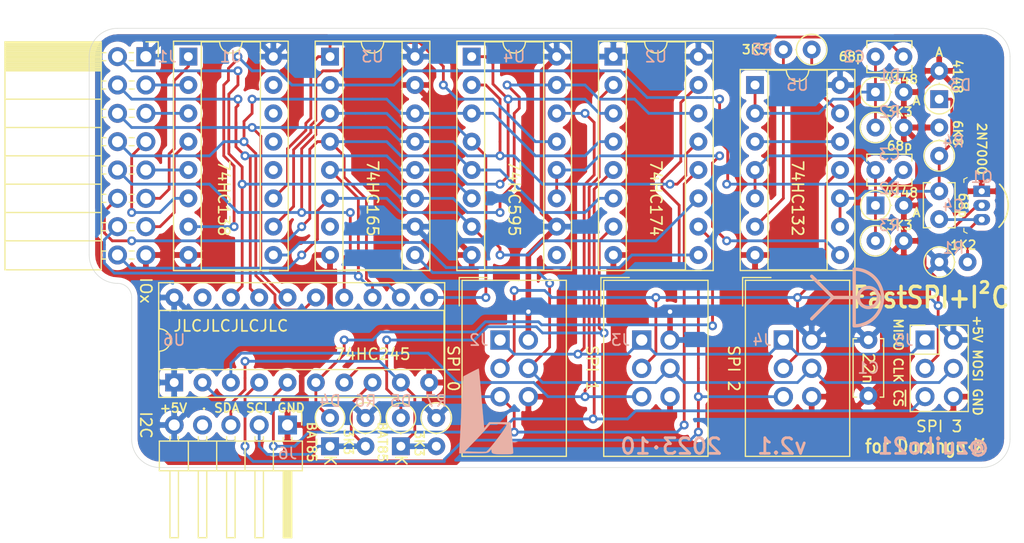
<source format=kicad_pcb>
(kicad_pcb (version 20171130) (host pcbnew "(5.1.2-1)-1")
  (layers (0 F.Cu signal) (31 B.Cu signal) (34 B.Paste user) (35 F.Paste user) (36 B.SilkS user) (37 F.SilkS user) (38 B.Mask user) (39 F.Mask user) (44 Edge.Cuts user))
  (net 0 "")
  (net 1 GND)
  (net 2 +5V)
  (net 3 PD7)
  (net 4 PD6)
  (net 5 /~IOX)
  (net 6 PD5)
  (net 7 /BR~W)
  (net 8 PD4)
  (net 9 PD3)
  (net 10 /BA2)
  (net 11 PD2)
  (net 12 /BA1)
  (net 13 PD1)
  (net 14 /BA0)
  (net 15 PD0)
  (net 16 /MOSI)
  (net 17 /CLK)
  (net 18 /MISO)
  (net 19 /~WR)
  (net 20 /~RD)
  (net 21 /~CTL)
  (net 22 /D_WR)
  (net 23 /D_CLK)
  (net 24 /~SCLK)
  (net 25 /D_SCK)
  (net 26 /R_WR)
  (net 27 /R_CLK)
  (net 28 /SCLK)
  (net 29 /R_DLY)
  (net 30 /OCLK)
  (net 31 /BA3)
  (net 32 /~CS0)
  (net 33 /~CS1)
  (net 34 /~CS2)
  (net 35 /~CS3)
  (net 36 /SDA)
  (net 37 /SCL)
  (net 38 /I2C_C)
  (net 39 /I2C_D)
  (module Connector_PinHeader_2.54mm:PinHeader_2x03_P2.54mm_Vertical (layer F.Cu) (at 97.79 50.8)
    (fp_text reference J5 (at -1.905 0 unlocked) (layer B.SilkS) (effects (justify mirror)))
    (fp_text value "SPI 3" (at 1.27 7.747 unlocked) (layer F.SilkS))
    (pad 6 thru_hole oval (at 2.54 5.08) (size 1.7 1.7) (drill 1) (layers *.Cu *.Mask) (net 1 GND))
    (pad 5 thru_hole oval (at 0 5.08) (size 1.7 1.7) (drill 1) (layers *.Cu *.Mask) (net 35 /~CS3))
    (pad 4 thru_hole oval (at 2.54 2.54) (size 1.7 1.7) (drill 1) (layers *.Cu *.Mask) (net 16 /MOSI))
    (pad 3 thru_hole oval (at 0 2.54) (size 1.7 1.7) (drill 1) (layers *.Cu *.Mask) (net 28 /SCLK))
    (pad 2 thru_hole oval (at 2.54 0) (size 1.7 1.7) (drill 1) (layers *.Cu *.Mask) (net 2 +5V))
    (pad 1 thru_hole rect (at 0 0) (size 1.7 1.7) (drill 1) (layers *.Cu *.Mask) (net 18 /MISO))
  )
  (module Resistor_THT:R_Axial_DIN0207_L6.3mm_D2.5mm_P2.54mm_Vertical (layer F.Cu) (at 53.975 57.785 270)
    (fp_text reference R7 (at -1.524 0 unlocked) (layer B.SilkS) (effects (justify mirror)))
    (fp_text value 3K3 (at 2.286 1.524 270 unlocked) (layer F.SilkS) (effects (font (size 0.8 0.8))))
    (pad 2 thru_hole oval (at 2.54 0 270) (size 1.6 1.6) (drill 0.8) (layers *.Cu *.Mask) (net 39 /I2C_D))
    (pad 1 thru_hole circle (at 0 0 270) (size 1.6 1.6) (drill 0.8) (layers *.Cu *.Mask) (net 2 +5V))
  )
  (module Resistor_THT:R_Axial_DIN0207_L6.3mm_D2.5mm_P2.54mm_Vertical (layer F.Cu) (at 47.625 57.785 270)
    (fp_text reference R6 (at -1.524 0 unlocked) (layer B.SilkS) (effects (justify mirror)))
    (fp_text value 3K3 (at 2.159 1.524 270 unlocked) (layer F.SilkS) (effects (font (size 0.8 0.8))))
    (pad 2 thru_hole oval (at 2.54 0 270) (size 1.6 1.6) (drill 0.8) (layers *.Cu *.Mask) (net 38 /I2C_C))
    (pad 1 thru_hole circle (at 0 0 270) (size 1.6 1.6) (drill 0.8) (layers *.Cu *.Mask) (net 2 +5V))
  )
  (module Connector_PinHeader_2.54mm:PinHeader_1x05_P2.54mm_Horizontal (layer F.Cu) (at 40.64 58.42 270)
    (fp_text reference J6 (at 2.54 0 unlocked) (layer B.SilkS) (effects (justify mirror)))
    (fp_text value I2C (at 0 12.7 270 unlocked) (layer F.SilkS))
    (pad 5 thru_hole oval (at 0 10.16 270) (size 1.7 1.7) (drill 1) (layers *.Cu *.Mask) (net 2 +5V))
    (pad 4 thru_hole oval (at 0 7.62 270) (size 1.7 1.7) (drill 1) (layers *.Cu *.Mask))
    (pad 3 thru_hole oval (at 0 5.08 270) (size 1.7 1.7) (drill 1) (layers *.Cu *.Mask) (net 39 /I2C_D))
    (pad 2 thru_hole oval (at 0 2.54 270) (size 1.7 1.7) (drill 1) (layers *.Cu *.Mask) (net 38 /I2C_C))
    (pad 1 thru_hole rect (at 0 0 270) (size 1.7 1.7) (drill 1) (layers *.Cu *.Mask) (net 1 GND))
  )
  (module Diode_THT:D_DO-35_SOD27_P2.54mm_Vertical_KathodeUp (layer F.Cu) (at 50.8 60.325 90)
    (fp_text reference D5 (at 4.064 0 unlocked) (layer B.SilkS) (effects (justify mirror)))
    (fp_text value BAT85 (at 0.381 -1.651 270 unlocked) (layer F.SilkS) (effects (font (size 0.8 0.8))))
    (fp_text user K (at -1.27 0 270 unlocked) (layer F.SilkS))
    (pad 2 thru_hole oval (at 2.54 0 90) (size 1.6 1.6) (drill 0.8) (layers *.Cu *.Mask) (net 36 /SDA))
    (pad 1 thru_hole rect (at 0 0 90) (size 1.6 1.6) (drill 0.8) (layers *.Cu *.Mask) (net 39 /I2C_D))
  )
  (module Diode_THT:D_DO-35_SOD27_P2.54mm_Vertical_KathodeUp (layer F.Cu) (at 44.45 60.325 90)
    (fp_text reference D4 (at 4.064 0 unlocked) (layer B.SilkS) (effects (justify mirror)))
    (fp_text value BAT85 (at 0.381 -1.651 270 unlocked) (layer F.SilkS) (effects (font (size 0.8 0.8))))
    (fp_text user K (at -1.27 0 270 unlocked) (layer F.SilkS))
    (pad 2 thru_hole oval (at 2.54 0 90) (size 1.6 1.6) (drill 0.8) (layers *.Cu *.Mask) (net 37 /SCL))
    (pad 1 thru_hole rect (at 0 0 90) (size 1.6 1.6) (drill 0.8) (layers *.Cu *.Mask) (net 38 /I2C_C))
  )
  (module Package_DIP:DIP-20_W7.62mm_Socket (layer F.Cu) (at 30.48 54.61 90)
    (fp_text reference U6 (at 3.81 0 unlocked) (layer B.SilkS) (effects (justify mirror)))
    (fp_text value 74HC245 (at 2.54 17.78 unlocked) (layer F.SilkS))
    (pad 20 thru_hole oval (at 7.62 0 90) (size 1.6 1.6) (drill 0.8) (layers *.Cu *.Mask) (net 2 +5V))
    (pad 10 thru_hole oval (at 0 22.86 90) (size 1.6 1.6) (drill 0.8) (layers *.Cu *.Mask) (net 1 GND))
    (pad 19 thru_hole oval (at 7.62 2.54 90) (size 1.6 1.6) (drill 0.8) (layers *.Cu *.Mask))
    (pad 9 thru_hole oval (at 0 20.32 90) (size 1.6 1.6) (drill 0.8) (layers *.Cu *.Mask) (net 39 /I2C_D))
    (pad 18 thru_hole oval (at 7.62 5.08 90) (size 1.6 1.6) (drill 0.8) (layers *.Cu *.Mask) (net 15 PD0))
    (pad 8 thru_hole oval (at 0 17.78 90) (size 1.6 1.6) (drill 0.8) (layers *.Cu *.Mask) (net 38 /I2C_C))
    (pad 17 thru_hole oval (at 7.62 7.62 90) (size 1.6 1.6) (drill 0.8) (layers *.Cu *.Mask) (net 13 PD1))
    (pad 7 thru_hole oval (at 0 15.24 90) (size 1.6 1.6) (drill 0.8) (layers *.Cu *.Mask) (net 36 /SDA))
    (pad 16 thru_hole oval (at 7.62 10.16 90) (size 1.6 1.6) (drill 0.8) (layers *.Cu *.Mask) (net 11 PD2))
    (pad 6 thru_hole oval (at 0 12.7 90) (size 1.6 1.6) (drill 0.8) (layers *.Cu *.Mask) (net 37 /SCL))
    (pad 15 thru_hole oval (at 7.62 12.7 90) (size 1.6 1.6) (drill 0.8) (layers *.Cu *.Mask) (net 9 PD3))
    (pad 5 thru_hole oval (at 0 10.16 90) (size 1.6 1.6) (drill 0.8) (layers *.Cu *.Mask) (net 35 /~CS3))
    (pad 14 thru_hole oval (at 7.62 15.24 90) (size 1.6 1.6) (drill 0.8) (layers *.Cu *.Mask) (net 8 PD4))
    (pad 4 thru_hole oval (at 0 7.62 90) (size 1.6 1.6) (drill 0.8) (layers *.Cu *.Mask) (net 34 /~CS2))
    (pad 13 thru_hole oval (at 7.62 17.78 90) (size 1.6 1.6) (drill 0.8) (layers *.Cu *.Mask) (net 6 PD5))
    (pad 3 thru_hole oval (at 0 5.08 90) (size 1.6 1.6) (drill 0.8) (layers *.Cu *.Mask) (net 33 /~CS1))
    (pad 12 thru_hole oval (at 7.62 20.32 90) (size 1.6 1.6) (drill 0.8) (layers *.Cu *.Mask) (net 4 PD6))
    (pad 2 thru_hole oval (at 0 2.54 90) (size 1.6 1.6) (drill 0.8) (layers *.Cu *.Mask) (net 32 /~CS0))
    (pad 11 thru_hole oval (at 7.62 22.86 90) (size 1.6 1.6) (drill 0.8) (layers *.Cu *.Mask) (net 3 PD7))
    (pad 1 thru_hole rect (at 0 0 90) (size 1.6 1.6) (drill 0.8) (layers *.Cu *.Mask) (net 2 +5V))
  )
  (module Connector_IDC:IDC-Header_2x03_P2.54mm_Vertical (layer F.Cu) (at 85.09 50.8)
    (fp_text reference J4 (at -1.905 0 unlocked) (layer B.SilkS) (effects (justify mirror)))
    (fp_text value "SPI 2" (at -4.445 2.54 270 unlocked) (layer F.SilkS))
    (pad 6 thru_hole oval (at 2.54 5.08) (size 1.7272 1.7272) (drill 1.016) (layers *.Cu *.Mask) (net 1 GND))
    (pad 5 thru_hole oval (at 0 5.08) (size 1.7272 1.7272) (drill 1.016) (layers *.Cu *.Mask) (net 34 /~CS2))
    (pad 4 thru_hole oval (at 2.54 2.54) (size 1.7272 1.7272) (drill 1.016) (layers *.Cu *.Mask) (net 16 /MOSI))
    (pad 3 thru_hole oval (at 0 2.54) (size 1.7272 1.7272) (drill 1.016) (layers *.Cu *.Mask) (net 28 /SCLK))
    (pad 2 thru_hole oval (at 2.54 0) (size 1.7272 1.7272) (drill 1.016) (layers *.Cu *.Mask) (net 2 +5V))
    (pad 1 thru_hole rect (at 0 0) (size 1.7272 1.7272) (drill 1.016) (layers *.Cu *.Mask) (net 18 /MISO))
  )
  (module Connector_IDC:IDC-Header_2x03_P2.54mm_Vertical (layer F.Cu) (at 72.39 50.8)
    (fp_text reference J3 (at -1.905 0 unlocked) (layer B.SilkS) (effects (justify mirror)))
    (fp_text value "SPI 1" (at -4.445 2.54 270 unlocked) (layer F.SilkS))
    (pad 6 thru_hole oval (at 2.54 5.08) (size 1.7272 1.7272) (drill 1.016) (layers *.Cu *.Mask) (net 1 GND))
    (pad 5 thru_hole oval (at 0 5.08) (size 1.7272 1.7272) (drill 1.016) (layers *.Cu *.Mask) (net 33 /~CS1))
    (pad 4 thru_hole oval (at 2.54 2.54) (size 1.7272 1.7272) (drill 1.016) (layers *.Cu *.Mask) (net 16 /MOSI))
    (pad 3 thru_hole oval (at 0 2.54) (size 1.7272 1.7272) (drill 1.016) (layers *.Cu *.Mask) (net 28 /SCLK))
    (pad 2 thru_hole oval (at 2.54 0) (size 1.7272 1.7272) (drill 1.016) (layers *.Cu *.Mask) (net 2 +5V))
    (pad 1 thru_hole rect (at 0 0) (size 1.7272 1.7272) (drill 1.016) (layers *.Cu *.Mask) (net 18 /MISO))
  )
  (module Package_DIP:DIP-14_W7.62mm_Socket (layer F.Cu) (at 82.55 27.94)
    (fp_text reference U5 (at 3.81 0 unlocked) (layer B.SilkS) (effects (justify mirror)))
    (fp_text value 74HC132 (at 3.81 10.16 270 unlocked) (layer F.SilkS))
    (pad 14 thru_hole oval (at 7.62 0) (size 1.6 1.6) (drill 0.8) (layers *.Cu *.Mask) (net 2 +5V))
    (pad 7 thru_hole oval (at 0 15.24) (size 1.6 1.6) (drill 0.8) (layers *.Cu *.Mask) (net 1 GND))
    (pad 13 thru_hole oval (at 7.62 2.54) (size 1.6 1.6) (drill 0.8) (layers *.Cu *.Mask) (net 29 /R_DLY))
    (pad 6 thru_hole oval (at 0 12.7) (size 1.6 1.6) (drill 0.8) (layers *.Cu *.Mask) (net 27 /R_CLK))
    (pad 12 thru_hole oval (at 7.62 5.08) (size 1.6 1.6) (drill 0.8) (layers *.Cu *.Mask) (net 26 /R_WR))
    (pad 5 thru_hole oval (at 0 10.16) (size 1.6 1.6) (drill 0.8) (layers *.Cu *.Mask) (net 23 /D_CLK))
    (pad 11 thru_hole oval (at 7.62 7.62) (size 1.6 1.6) (drill 0.8) (layers *.Cu *.Mask) (net 28 /SCLK))
    (pad 4 thru_hole oval (at 0 7.62) (size 1.6 1.6) (drill 0.8) (layers *.Cu *.Mask) (net 23 /D_CLK))
    (pad 10 thru_hole oval (at 7.62 10.16) (size 1.6 1.6) (drill 0.8) (layers *.Cu *.Mask) (net 25 /D_SCK))
    (pad 3 thru_hole oval (at 0 5.08) (size 1.6 1.6) (drill 0.8) (layers *.Cu *.Mask) (net 26 /R_WR))
    (pad 9 thru_hole oval (at 7.62 12.7) (size 1.6 1.6) (drill 0.8) (layers *.Cu *.Mask) (net 25 /D_SCK))
    (pad 2 thru_hole oval (at 0 2.54) (size 1.6 1.6) (drill 0.8) (layers *.Cu *.Mask) (net 22 /D_WR))
    (pad 8 thru_hole oval (at 7.62 15.24) (size 1.6 1.6) (drill 0.8) (layers *.Cu *.Mask) (net 30 /OCLK))
    (pad 1 thru_hole rect (at 0 0) (size 1.6 1.6) (drill 0.8) (layers *.Cu *.Mask) (net 22 /D_WR))
  )
  (module Resistor_THT:R_Axial_DIN0207_L6.3mm_D2.5mm_P2.54mm_Vertical (layer F.Cu) (at 99.06 43.815)
    (fp_text reference R1 (at 1.27 -1.27 unlocked) (layer B.SilkS) (effects (justify mirror)))
    (fp_text value 1K2 (at 2.159 -1.524 unlocked) (layer F.SilkS) (effects (font (size 0.8 0.8))))
    (pad 2 thru_hole oval (at 2.54 0) (size 1.6 1.6) (drill 0.8) (layers *.Cu *.Mask) (net 24 /~SCLK))
    (pad 1 thru_hole circle (at 0 0) (size 1.6 1.6) (drill 0.8) (layers *.Cu *.Mask) (net 2 +5V))
  )
  (module Resistor_THT:R_Axial_DIN0207_L6.3mm_D2.5mm_P2.54mm_Vertical (layer F.Cu) (at 87.63 24.765 180)
    (fp_text reference R5 (at 4.445 0 unlocked) (layer B.SilkS) (effects (justify mirror)))
    (fp_text value 3K3 (at 5.08 0 unlocked) (layer F.SilkS) (effects (font (size 0.8 0.8))))
    (pad 2 thru_hole oval (at 2.54 0 180) (size 1.6 1.6) (drill 0.8) (layers *.Cu *.Mask) (net 27 /R_CLK))
    (pad 1 thru_hole circle (at 0 0 180) (size 1.6 1.6) (drill 0.8) (layers *.Cu *.Mask) (net 29 /R_DLY))
  )
  (module Resistor_THT:R_Axial_DIN0207_L6.3mm_D2.5mm_P2.54mm_Vertical (layer F.Cu) (at 99.06 34.29 90)
    (fp_text reference R4 (at 1.27 1.27 unlocked) (layer B.SilkS) (effects (justify mirror)))
    (fp_text value 6K8 (at 2.032 1.651 270 unlocked) (layer F.SilkS) (effects (font (size 0.8 0.8))))
    (pad 2 thru_hole oval (at 2.54 0 90) (size 1.6 1.6) (drill 0.8) (layers *.Cu *.Mask) (net 1 GND))
    (pad 1 thru_hole circle (at 0 0 90) (size 1.6 1.6) (drill 0.8) (layers *.Cu *.Mask) (net 25 /D_SCK))
  )
  (module Resistor_THT:R_Axial_DIN0207_L6.3mm_D2.5mm_P2.54mm_Vertical (layer F.Cu) (at 93.345 41.91)
    (fp_text reference R3 (at 1.27 -1.397 unlocked) (layer B.SilkS) (effects (justify mirror)))
    (fp_text value 3K3 (at 2.159 -1.397 unlocked) (layer F.SilkS) (effects (font (size 0.8 0.8))))
    (pad 2 thru_hole oval (at 2.54 0) (size 1.6 1.6) (drill 0.8) (layers *.Cu *.Mask) (net 1 GND))
    (pad 1 thru_hole circle (at 0 0) (size 1.6 1.6) (drill 0.8) (layers *.Cu *.Mask) (net 23 /D_CLK))
  )
  (module Resistor_THT:R_Axial_DIN0207_L6.3mm_D2.5mm_P2.54mm_Vertical (layer F.Cu) (at 93.345 31.75)
    (fp_text reference R2 (at 1.27 -1.397 unlocked) (layer B.SilkS) (effects (justify mirror)))
    (fp_text value 3K3 (at 2.159 -1.397 unlocked) (layer F.SilkS) (effects (font (size 0.8 0.8))))
    (pad 2 thru_hole oval (at 2.54 0) (size 1.6 1.6) (drill 0.8) (layers *.Cu *.Mask) (net 1 GND))
    (pad 1 thru_hole circle (at 0 0) (size 1.6 1.6) (drill 0.8) (layers *.Cu *.Mask) (net 22 /D_WR))
  )
  (module digikey-footprints:TO-92-3 (layer F.Cu) (at 102.87 37.465 270)
    (fp_text reference Q1 (at -1.27 0 unlocked) (layer B.SilkS) (effects (justify mirror)))
    (fp_text value 2N7000 (at -3.81 0 270 unlocked) (layer F.SilkS) (effects (font (size 0.8 0.8))))
    (pad 1 thru_hole rect (at 0 0 90) (size 1 1.5) (drill 0.55) (layers *.Cu *.Mask) (net 1 GND))
    (pad 3 thru_hole oval (at 2.54 0 90) (size 1 1.5) (drill 0.55) (layers *.Cu *.Mask) (net 24 /~SCLK))
    (pad 2 thru_hole oval (at 1.27 0 90) (size 1 1.5) (drill 0.55) (layers *.Cu *.Mask) (net 28 /SCLK))
  )
  (module Diode_THT:D_DO-35_SOD27_P2.54mm_Vertical_AnodeUp (layer F.Cu) (at 99.06 29.21 90)
    (fp_text reference D3 (at 1.27 1.905 unlocked) (layer B.SilkS) (effects (justify mirror)))
    (fp_text value 4148 (at 2.032 1.651 270 unlocked) (layer F.SilkS) (effects (font (size 0.8 0.8))))
    (fp_text user A (at 4.191 0 180) (layer F.SilkS) (effects (font (size 0.8 0.8))))
    (pad 2 thru_hole oval (at 2.54 0 90) (size 1.6 1.6) (drill 0.8) (layers *.Cu *.Mask) (net 1 GND))
    (pad 1 thru_hole rect (at 0 0 90) (size 1.6 1.6) (drill 0.8) (layers *.Cu *.Mask) (net 25 /D_SCK))
  )
  (module Diode_THT:D_DO-35_SOD27_P2.54mm_Vertical_AnodeUp (layer F.Cu) (at 93.345 38.735)
    (fp_text reference D2 (at 1.27 -1.524 unlocked) (layer B.SilkS) (effects (justify mirror)))
    (fp_text value 4148 (at 2.286 -1.143 unlocked) (layer F.SilkS) (effects (font (size 0.8 0.8))))
    (fp_text user A (at 3.683 0.635) (layer F.SilkS) (effects (font (size 0.8 0.8))))
    (pad 2 thru_hole oval (at 2.54 0) (size 1.6 1.6) (drill 0.8) (layers *.Cu *.Mask) (net 1 GND))
    (pad 1 thru_hole rect (at 0 0) (size 1.6 1.6) (drill 0.8) (layers *.Cu *.Mask) (net 23 /D_CLK))
  )
  (module Diode_THT:D_DO-35_SOD27_P2.54mm_Vertical_AnodeUp (layer F.Cu) (at 93.345 28.575)
    (fp_text reference D1 (at 1.27 -1.524 unlocked) (layer B.SilkS) (effects (justify mirror)))
    (fp_text value 4148 (at 2.286 -1.143) (layer F.SilkS) (effects (font (size 0.8 0.8))))
    (fp_text user A (at 3.683 0.762) (layer F.SilkS) (effects (font (size 0.8 0.8))))
    (pad 2 thru_hole oval (at 2.54 0) (size 1.6 1.6) (drill 0.8) (layers *.Cu *.Mask) (net 1 GND))
    (pad 1 thru_hole rect (at 0 0) (size 1.6 1.6) (drill 0.8) (layers *.Cu *.Mask) (net 22 /D_WR))
  )
  (module Capacitor_THT:C_Disc_D3.8mm_W2.6mm_P2.50mm (layer F.Cu) (at 99.06 37.465 270)
    (fp_text reference C4 (at 1.27 -1.27 unlocked) (layer B.SilkS) (effects (justify mirror)))
    (fp_text value 68p (at 1.27 -2.159 270 unlocked) (layer F.SilkS) (effects (font (size 0.8 0.8))))
    (pad 2 thru_hole circle (at 2.5 0 270) (size 1.6 1.6) (drill 0.8) (layers *.Cu *.Mask) (net 24 /~SCLK))
    (pad 1 thru_hole circle (at 0 0 270) (size 1.6 1.6) (drill 0.8) (layers *.Cu *.Mask) (net 25 /D_SCK))
  )
  (module Capacitor_THT:C_Disc_D3.8mm_W2.6mm_P2.50mm (layer F.Cu) (at 93.345 35.56)
    (fp_text reference C3 (at 1.25 -1.397 unlocked) (layer B.SilkS) (effects (justify mirror)))
    (fp_text value 68p (at 2.159 -2.159 unlocked) (layer F.SilkS) (effects (font (size 0.8 0.8))))
    (pad 2 thru_hole circle (at 2.5 0) (size 1.6 1.6) (drill 0.8) (layers *.Cu *.Mask) (net 17 /CLK))
    (pad 1 thru_hole circle (at 0 0) (size 1.6 1.6) (drill 0.8) (layers *.Cu *.Mask) (net 23 /D_CLK))
  )
  (module Capacitor_THT:C_Disc_D3.8mm_W2.6mm_P2.50mm (layer F.Cu) (at 93.345 25.4)
    (fp_text reference C2 (at -1.905 0 unlocked) (layer B.SilkS) (effects (justify mirror)))
    (fp_text value 68p (at -2.159 0 unlocked) (layer F.SilkS) (effects (font (size 0.8 0.8))))
    (pad 2 thru_hole circle (at 2.5 0) (size 1.6 1.6) (drill 0.8) (layers *.Cu *.Mask) (net 19 /~WR))
    (pad 1 thru_hole circle (at 0 0) (size 1.6 1.6) (drill 0.8) (layers *.Cu *.Mask) (net 22 /D_WR))
  )
  (module durango:j300 (layer B.Cu) (at 58.42 57.15 180)
    (fp_text reference LOGO1 hide)
    (fp_text value Logo_Open_Hardware_Small hide)
  )
  (module Connector_PinSocket_2.54mm:PinSocket_2x08_P2.54mm_Horizontal (layer F.Cu) (at 27.94 25.4)
    (fp_text reference J1 (at 1.905 0 unlocked) (layer B.SilkS) (effects (justify mirror)))
    (fp_text value IOx (at 0 20.955 270 unlocked) (layer F.SilkS))
    (pad 16 thru_hole oval (at -2.54 17.78) (size 1.7 1.7) (drill 1) (layers *.Cu *.Mask) (net 3 PD7))
    (pad 15 thru_hole oval (at 0 17.78) (size 1.7 1.7) (drill 1) (layers *.Cu *.Mask) (net 1 GND))
    (pad 14 thru_hole oval (at -2.54 15.24) (size 1.7 1.7) (drill 1) (layers *.Cu *.Mask) (net 4 PD6))
    (pad 13 thru_hole oval (at 0 15.24) (size 1.7 1.7) (drill 1) (layers *.Cu *.Mask) (net 5 /~IOX))
    (pad 12 thru_hole oval (at -2.54 12.7) (size 1.7 1.7) (drill 1) (layers *.Cu *.Mask) (net 6 PD5))
    (pad 11 thru_hole oval (at 0 12.7) (size 1.7 1.7) (drill 1) (layers *.Cu *.Mask) (net 7 /BR~W))
    (pad 10 thru_hole oval (at -2.54 10.16) (size 1.7 1.7) (drill 1) (layers *.Cu *.Mask) (net 8 PD4))
    (pad 9 thru_hole oval (at 0 10.16) (size 1.7 1.7) (drill 1) (layers *.Cu *.Mask) (net 31 /BA3))
    (pad 8 thru_hole oval (at -2.54 7.62) (size 1.7 1.7) (drill 1) (layers *.Cu *.Mask) (net 9 PD3))
    (pad 7 thru_hole oval (at 0 7.62) (size 1.7 1.7) (drill 1) (layers *.Cu *.Mask) (net 10 /BA2))
    (pad 6 thru_hole oval (at -2.54 5.08) (size 1.7 1.7) (drill 1) (layers *.Cu *.Mask) (net 11 PD2))
    (pad 5 thru_hole oval (at 0 5.08) (size 1.7 1.7) (drill 1) (layers *.Cu *.Mask) (net 12 /BA1))
    (pad 4 thru_hole oval (at -2.54 2.54) (size 1.7 1.7) (drill 1) (layers *.Cu *.Mask) (net 13 PD1))
    (pad 3 thru_hole oval (at 0 2.54) (size 1.7 1.7) (drill 1) (layers *.Cu *.Mask) (net 14 /BA0))
    (pad 2 thru_hole oval (at -2.54 0) (size 1.7 1.7) (drill 1) (layers *.Cu *.Mask) (net 15 PD0))
    (pad 1 thru_hole rect (at 0 0) (size 1.7 1.7) (drill 1) (layers *.Cu *.Mask) (net 2 +5V))
  )
  (module Package_DIP:DIP-16_W7.62mm_Socket (layer F.Cu) (at 57.15 25.4)
    (fp_text reference U4 (at 3.81 0 unlocked) (layer B.SilkS) (effects (justify mirror)))
    (fp_text value 74HC595 (at 3.81 12.7 270 unlocked) (layer F.SilkS))
    (pad 16 thru_hole oval (at 7.62 0) (size 1.6 1.6) (drill 0.8) (layers *.Cu *.Mask) (net 2 +5V))
    (pad 8 thru_hole oval (at 0 17.78) (size 1.6 1.6) (drill 0.8) (layers *.Cu *.Mask) (net 1 GND))
    (pad 15 thru_hole oval (at 7.62 2.54) (size 1.6 1.6) (drill 0.8) (layers *.Cu *.Mask) (net 15 PD0))
    (pad 7 thru_hole oval (at 0 15.24) (size 1.6 1.6) (drill 0.8) (layers *.Cu *.Mask) (net 3 PD7))
    (pad 14 thru_hole oval (at 7.62 5.08) (size 1.6 1.6) (drill 0.8) (layers *.Cu *.Mask) (net 18 /MISO))
    (pad 6 thru_hole oval (at 0 12.7) (size 1.6 1.6) (drill 0.8) (layers *.Cu *.Mask) (net 4 PD6))
    (pad 13 thru_hole oval (at 7.62 7.62) (size 1.6 1.6) (drill 0.8) (layers *.Cu *.Mask) (net 20 /~RD))
    (pad 5 thru_hole oval (at 0 10.16) (size 1.6 1.6) (drill 0.8) (layers *.Cu *.Mask) (net 6 PD5))
    (pad 12 thru_hole oval (at 7.62 10.16) (size 1.6 1.6) (drill 0.8) (layers *.Cu *.Mask) (net 30 /OCLK))
    (pad 4 thru_hole oval (at 0 7.62) (size 1.6 1.6) (drill 0.8) (layers *.Cu *.Mask) (net 8 PD4))
    (pad 11 thru_hole oval (at 7.62 12.7) (size 1.6 1.6) (drill 0.8) (layers *.Cu *.Mask) (net 30 /OCLK))
    (pad 3 thru_hole oval (at 0 5.08) (size 1.6 1.6) (drill 0.8) (layers *.Cu *.Mask) (net 9 PD3))
    (pad 10 thru_hole oval (at 7.62 15.24) (size 1.6 1.6) (drill 0.8) (layers *.Cu *.Mask) (net 2 +5V))
    (pad 2 thru_hole oval (at 0 2.54) (size 1.6 1.6) (drill 0.8) (layers *.Cu *.Mask) (net 11 PD2))
    (pad 9 thru_hole oval (at 7.62 17.78) (size 1.6 1.6) (drill 0.8) (layers *.Cu *.Mask))
    (pad 1 thru_hole rect (at 0 0) (size 1.6 1.6) (drill 0.8) (layers *.Cu *.Mask) (net 13 PD1))
  )
  (module Package_DIP:DIP-16_W7.62mm_Socket (layer F.Cu) (at 44.45 25.4)
    (fp_text reference U3 (at 3.81 0 unlocked) (layer B.SilkS) (effects (justify mirror)))
    (fp_text value 74HC165 (at 3.81 12.7 270 unlocked) (layer F.SilkS))
    (pad 16 thru_hole oval (at 7.62 0) (size 1.6 1.6) (drill 0.8) (layers *.Cu *.Mask) (net 2 +5V))
    (pad 8 thru_hole oval (at 0 17.78) (size 1.6 1.6) (drill 0.8) (layers *.Cu *.Mask) (net 1 GND))
    (pad 15 thru_hole oval (at 7.62 2.54) (size 1.6 1.6) (drill 0.8) (layers *.Cu *.Mask) (net 1 GND))
    (pad 7 thru_hole oval (at 0 15.24) (size 1.6 1.6) (drill 0.8) (layers *.Cu *.Mask))
    (pad 14 thru_hole oval (at 7.62 5.08) (size 1.6 1.6) (drill 0.8) (layers *.Cu *.Mask) (net 9 PD3))
    (pad 6 thru_hole oval (at 0 12.7) (size 1.6 1.6) (drill 0.8) (layers *.Cu *.Mask) (net 3 PD7))
    (pad 13 thru_hole oval (at 7.62 7.62) (size 1.6 1.6) (drill 0.8) (layers *.Cu *.Mask) (net 11 PD2))
    (pad 5 thru_hole oval (at 0 10.16) (size 1.6 1.6) (drill 0.8) (layers *.Cu *.Mask) (net 4 PD6))
    (pad 12 thru_hole oval (at 7.62 10.16) (size 1.6 1.6) (drill 0.8) (layers *.Cu *.Mask) (net 13 PD1))
    (pad 4 thru_hole oval (at 0 7.62) (size 1.6 1.6) (drill 0.8) (layers *.Cu *.Mask) (net 6 PD5))
    (pad 11 thru_hole oval (at 7.62 12.7) (size 1.6 1.6) (drill 0.8) (layers *.Cu *.Mask) (net 15 PD0))
    (pad 3 thru_hole oval (at 0 5.08) (size 1.6 1.6) (drill 0.8) (layers *.Cu *.Mask) (net 8 PD4))
    (pad 10 thru_hole oval (at 7.62 15.24) (size 1.6 1.6) (drill 0.8) (layers *.Cu *.Mask) (net 2 +5V))
    (pad 2 thru_hole oval (at 0 2.54) (size 1.6 1.6) (drill 0.8) (layers *.Cu *.Mask) (net 17 /CLK))
    (pad 9 thru_hole oval (at 7.62 17.78) (size 1.6 1.6) (drill 0.8) (layers *.Cu *.Mask) (net 16 /MOSI))
    (pad 1 thru_hole rect (at 0 0) (size 1.6 1.6) (drill 0.8) (layers *.Cu *.Mask) (net 19 /~WR))
  )
  (module Package_DIP:DIP-16_W7.62mm_Socket (layer F.Cu) (at 69.85 25.4)
    (fp_text reference U2 (at 3.81 0 unlocked) (layer B.SilkS) (effects (justify mirror)))
    (fp_text value 74HC174 (at 3.81 12.7 270 unlocked) (layer F.SilkS))
    (pad 16 thru_hole oval (at 7.62 0) (size 1.6 1.6) (drill 0.8) (layers *.Cu *.Mask) (net 2 +5V))
    (pad 8 thru_hole oval (at 0 17.78) (size 1.6 1.6) (drill 0.8) (layers *.Cu *.Mask) (net 1 GND))
    (pad 15 thru_hole oval (at 7.62 2.54) (size 1.6 1.6) (drill 0.8) (layers *.Cu *.Mask) (net 32 /~CS0))
    (pad 7 thru_hole oval (at 0 15.24) (size 1.6 1.6) (drill 0.8) (layers *.Cu *.Mask) (net 36 /SDA))
    (pad 14 thru_hole oval (at 7.62 5.08) (size 1.6 1.6) (drill 0.8) (layers *.Cu *.Mask) (net 15 PD0))
    (pad 6 thru_hole oval (at 0 12.7) (size 1.6 1.6) (drill 0.8) (layers *.Cu *.Mask) (net 6 PD5))
    (pad 13 thru_hole oval (at 7.62 7.62) (size 1.6 1.6) (drill 0.8) (layers *.Cu *.Mask) (net 11 PD2))
    (pad 5 thru_hole oval (at 0 10.16) (size 1.6 1.6) (drill 0.8) (layers *.Cu *.Mask) (net 35 /~CS3))
    (pad 12 thru_hole oval (at 7.62 10.16) (size 1.6 1.6) (drill 0.8) (layers *.Cu *.Mask) (net 34 /~CS2))
    (pad 4 thru_hole oval (at 0 7.62) (size 1.6 1.6) (drill 0.8) (layers *.Cu *.Mask) (net 9 PD3))
    (pad 11 thru_hole oval (at 7.62 12.7) (size 1.6 1.6) (drill 0.8) (layers *.Cu *.Mask) (net 8 PD4))
    (pad 3 thru_hole oval (at 0 5.08) (size 1.6 1.6) (drill 0.8) (layers *.Cu *.Mask) (net 13 PD1))
    (pad 10 thru_hole oval (at 7.62 15.24) (size 1.6 1.6) (drill 0.8) (layers *.Cu *.Mask) (net 37 /SCL))
    (pad 2 thru_hole oval (at 0 2.54) (size 1.6 1.6) (drill 0.8) (layers *.Cu *.Mask) (net 33 /~CS1))
    (pad 9 thru_hole oval (at 7.62 17.78) (size 1.6 1.6) (drill 0.8) (layers *.Cu *.Mask) (net 21 /~CTL))
    (pad 1 thru_hole rect (at 0 0) (size 1.6 1.6) (drill 0.8) (layers *.Cu *.Mask) (net 2 +5V))
  )
  (module Package_DIP:DIP-16_W7.62mm_Socket (layer F.Cu) (at 31.75 25.4)
    (fp_text reference U1 (at 3.81 0 unlocked) (layer B.SilkS) (effects (justify mirror)))
    (fp_text value 74HC138 (at 3.175 12.7 270 unlocked) (layer F.SilkS))
    (pad 16 thru_hole oval (at 7.62 0) (size 1.6 1.6) (drill 0.8) (layers *.Cu *.Mask) (net 2 +5V))
    (pad 8 thru_hole oval (at 0 17.78) (size 1.6 1.6) (drill 0.8) (layers *.Cu *.Mask) (net 1 GND))
    (pad 15 thru_hole oval (at 7.62 2.54) (size 1.6 1.6) (drill 0.8) (layers *.Cu *.Mask))
    (pad 7 thru_hole oval (at 0 15.24) (size 1.6 1.6) (drill 0.8) (layers *.Cu *.Mask) (net 17 /CLK))
    (pad 14 thru_hole oval (at 7.62 5.08) (size 1.6 1.6) (drill 0.8) (layers *.Cu *.Mask))
    (pad 6 thru_hole oval (at 0 12.7) (size 1.6 1.6) (drill 0.8) (layers *.Cu *.Mask) (net 10 /BA2))
    (pad 13 thru_hole oval (at 7.62 7.62) (size 1.6 1.6) (drill 0.8) (layers *.Cu *.Mask))
    (pad 5 thru_hole oval (at 0 10.16) (size 1.6 1.6) (drill 0.8) (layers *.Cu *.Mask) (net 31 /BA3))
    (pad 12 thru_hole oval (at 7.62 10.16) (size 1.6 1.6) (drill 0.8) (layers *.Cu *.Mask))
    (pad 4 thru_hole oval (at 0 7.62) (size 1.6 1.6) (drill 0.8) (layers *.Cu *.Mask) (net 5 /~IOX))
    (pad 11 thru_hole oval (at 7.62 12.7) (size 1.6 1.6) (drill 0.8) (layers *.Cu *.Mask) (net 19 /~WR))
    (pad 3 thru_hole oval (at 0 5.08) (size 1.6 1.6) (drill 0.8) (layers *.Cu *.Mask) (net 12 /BA1))
    (pad 10 thru_hole oval (at 7.62 15.24) (size 1.6 1.6) (drill 0.8) (layers *.Cu *.Mask) (net 20 /~RD))
    (pad 2 thru_hole oval (at 0 2.54) (size 1.6 1.6) (drill 0.8) (layers *.Cu *.Mask) (net 14 /BA0))
    (pad 9 thru_hole oval (at 7.62 17.78) (size 1.6 1.6) (drill 0.8) (layers *.Cu *.Mask) (net 21 /~CTL))
    (pad 1 thru_hole rect (at 0 0) (size 1.6 1.6) (drill 0.8) (layers *.Cu *.Mask) (net 7 /BR~W))
  )
  (module Connector_IDC:IDC-Header_2x03_P2.54mm_Vertical (layer F.Cu) (at 59.69 50.8)
    (fp_text reference J2 (at -1.905 0 unlocked) (layer B.SilkS) (effects (justify mirror)))
    (fp_text value "SPI 0" (at -4.191 2.54 270 unlocked) (layer F.SilkS))
    (pad 1 thru_hole rect (at 0 0) (size 1.7272 1.7272) (drill 1.016) (layers *.Cu *.Mask) (net 18 /MISO))
    (pad 2 thru_hole oval (at 2.54 0) (size 1.7272 1.7272) (drill 1.016) (layers *.Cu *.Mask) (net 2 +5V))
    (pad 3 thru_hole oval (at 0 2.54) (size 1.7272 1.7272) (drill 1.016) (layers *.Cu *.Mask) (net 28 /SCLK))
    (pad 4 thru_hole oval (at 2.54 2.54) (size 1.7272 1.7272) (drill 1.016) (layers *.Cu *.Mask) (net 16 /MOSI))
    (pad 5 thru_hole oval (at 0 5.08) (size 1.7272 1.7272) (drill 1.016) (layers *.Cu *.Mask) (net 32 /~CS0))
    (pad 6 thru_hole oval (at 2.54 5.08) (size 1.7272 1.7272) (drill 1.016) (layers *.Cu *.Mask) (net 1 GND))
  )
  (module Capacitor_THT:C_Disc_D5.0mm_W2.5mm_P5.00mm (layer F.Cu) (at 92.71 50.8 270)
    (fp_text reference C1 (at 2.5 0 unlocked) (layer B.SilkS) (effects (justify mirror)))
    (fp_text value 22n (at 2.54 0 270 unlocked) (layer F.SilkS))
    (pad 2 thru_hole circle (at 5 0 270) (size 1.6 1.6) (drill 0.8) (layers *.Cu *.Mask) (net 1 GND))
    (pad 1 thru_hole circle (at 0 0 270) (size 1.6 1.6) (drill 0.8) (layers *.Cu *.Mask) (net 2 +5V))
  )
  (gr_text "+5V  · SDA SCL GND" (at 35.687 56.896) (layer F.SilkS) (effects (font (size 0.8 0.8))))
  (gr_text "MISO CLK ~CS" (at 95.377 52.832 270) (layer F.SilkS) (effects (font (size 0.8 0.8))))
  (gr_text 2 (at 103.124 46.101) (layer F.SilkS) (effects (font (size 1 1) (thickness 0.25))))
  (gr_text "+5V MOSI GND" (at 102.489 53.086 270) (layer F.SilkS) (effects (font (size 0.8 0.8))))
  (gr_text JLCJLCJLCJLC (at 35.56 49.53) (layer F.SilkS) (effects (font (size 1 1))))
  (gr_arc (start 102.87 59.69) (end 102.87 62.23) (angle -90) (layer Edge.Cuts) (width 0.05))
  (gr_line (start 29.21 62.23) (end 102.87 62.23) (layer Edge.Cuts) (width 0.05))
  (gr_arc (start 29.21 59.69) (end 26.67 59.69) (angle -90) (layer Edge.Cuts) (width 0.05))
  (gr_line (start 26.67 46.99) (end 26.67 59.69) (layer Edge.Cuts) (width 0.05))
  (gr_arc (start 25.4 46.99) (end 26.67 46.99) (angle -90) (layer Edge.Cuts) (width 0.05))
  (gr_text "for Durango·X" (at 97.79 60.325) (layer F.SilkS) (effects (font (size 1.2 1) (thickness 0.2))))
  (gr_line (start 89.535 46.99) (end 87.63 48.895) (layer B.SilkS) (width 0.3))
  (gr_line (start 89.535 46.99) (end 87.63 45.085) (layer B.SilkS) (width 0.3))
  (gr_line (start 91.811974 46.99) (end 89.535 46.99) (layer B.SilkS) (width 0.3))
  (gr_line (start 91.44 44.45) (end 91.44 49.53) (layer B.SilkS) (width 0.3))
  (gr_arc (start 91.44 46.99) (end 91.44 49.53) (angle -180) (layer B.SilkS) (width 0.3))
  (gr_circle (center 92.71 46.99) (end 93.608026 46.99) (layer B.SilkS) (width 0.3))
  (gr_text "@zuiko21      v2.1   2023·10" (at 86.995 60.325) (layer B.SilkS) (effects (font (size 1.4 1.4) (thickness 0.25)) (justify mirror)))
  (gr_text "FastSPI+I C" (at 98.298 46.99) (layer F.SilkS) (effects (font (size 1.85 1.55) (thickness 0.3))))
  (gr_arc (start 25.4 25.4) (end 25.4 22.86) (angle -90) (layer Edge.Cuts) (width 0.05))
  (gr_arc (start 25.4 43.18) (end 22.86 43.18) (angle -90) (layer Edge.Cuts) (width 0.05))
  (gr_arc (start 102.87 25.4) (end 105.41 25.4) (angle -90) (layer Edge.Cuts) (width 0.05))
  (gr_line (start 105.41 59.69) (end 105.41 25.4) (layer Edge.Cuts) (width 0.05))
  (gr_line (start 22.86 25.4) (end 22.86 43.18) (layer Edge.Cuts) (width 0.05))
  (gr_line (start 25.4 22.86) (end 102.87 22.86) (layer Edge.Cuts) (width 0.05))
  (segment (start 28.468582 43.18) (end 28.399131 43.249451) (width 0.5) (layer F.Cu) (net 1))
  (segment (start 31.75 43.18) (end 27.94 43.18) (width 0.5) (layer F.Cu) (net 1))
  (segment (start 95.885 28.575) (end 95.885 31.75) (width 0.5) (layer F.Cu) (net 1))
  (segment (start 95.885 38.735) (end 95.885 41.91) (width 0.5) (layer F.Cu) (net 1))
  (segment (start 97.155 33.02) (end 95.885 31.75) (width 0.5) (layer F.Cu) (net 1))
  (segment (start 97.155 37.465) (end 97.155 33.02) (width 0.5) (layer F.Cu) (net 1))
  (segment (start 95.885 38.735) (end 97.155 37.465) (width 0.5) (layer F.Cu) (net 1))
  (segment (start 95.885 31.75) (end 99.06 31.75) (width 0.5) (layer F.Cu) (net 1))
  (segment (start 97.155 28.575) (end 99.06 26.67) (width 0.5) (layer F.Cu) (net 1))
  (segment (start 95.885 28.575) (end 97.155 28.575) (width 0.5) (layer F.Cu) (net 1))
  (segment (start 102.87 30.48) (end 102.87 37.465) (width 0.5) (layer F.Cu) (net 1))
  (segment (start 99.06 26.67) (end 102.87 30.48) (width 0.5) (layer F.Cu) (net 1))
  (segment (start 52.07 27.94) (end 54.61 30.48) (width 0.5) (layer F.Cu) (net 1))
  (segment (start 54.61 30.48) (end 54.61 40.64) (width 0.5) (layer F.Cu) (net 1))
  (segment (start 54.61 40.64) (end 57.15 43.18) (width 0.5) (layer F.Cu) (net 1))
  (segment (start 100.33 57.101314) (end 96.52 60.911314) (width 0.5) (layer F.Cu) (net 1))
  (segment (start 100.33 55.88) (end 100.33 57.101314) (width 0.5) (layer F.Cu) (net 1))
  (segment (start 95.885 41.91) (end 93.98 43.815) (width 0.5) (layer F.Cu) (net 1))
  (segment (start 62.23 60.862628) (end 62.181314 60.911314) (width 0.5) (layer F.Cu) (net 1))
  (segment (start 74.93 60.862628) (end 74.881314 60.911314) (width 0.5) (layer F.Cu) (net 1))
  (segment (start 87.63 60.862628) (end 87.581314 60.911314) (width 0.5) (layer F.Cu) (net 1))
  (segment (start 88.216314 60.911314) (end 87.581314 60.911314) (width 0.5) (layer F.Cu) (net 1))
  (segment (start 96.52 60.911314) (end 88.216314 60.911314) (width 0.5) (layer F.Cu) (net 1))
  (segment (start 87.63 55.88) (end 87.63 60.325) (width 0.5) (layer F.Cu) (net 1))
  (segment (start 87.63 60.325) (end 88.216314 60.911314) (width 0.5) (layer F.Cu) (net 1))
  (segment (start 87.63 60.325) (end 87.63 60.862628) (width 0.5) (layer F.Cu) (net 1))
  (segment (start 87.63 60.325) (end 87.043686 60.911314) (width 0.5) (layer F.Cu) (net 1))
  (segment (start 87.581314 60.911314) (end 87.043686 60.911314) (width 0.5) (layer F.Cu) (net 1))
  (segment (start 82.596947 60.371947) (end 83.136314 60.911314) (width 0.5) (layer F.Cu) (net 1))
  (segment (start 82.596947 60.278053) (end 82.596947 60.371947) (width 0.5) (layer F.Cu) (net 1))
  (segment (start 82.598686 60.911314) (end 82.596947 60.278053) (width 0.5) (layer F.Cu) (net 1))
  (segment (start 87.043686 60.911314) (end 83.136314 60.911314) (width 0.5) (layer F.Cu) (net 1))
  (segment (start 82.596947 60.278053) (end 82.55 43.18) (width 0.5) (layer F.Cu) (net 1))
  (segment (start 82.596947 60.278053) (end 81.963686 60.911314) (width 0.5) (layer F.Cu) (net 1))
  (segment (start 83.136314 60.911314) (end 81.963686 60.911314) (width 0.5) (layer F.Cu) (net 1))
  (segment (start 74.93 60.325) (end 75.516314 60.911314) (width 0.5) (layer F.Cu) (net 1))
  (segment (start 75.516314 60.911314) (end 74.881314 60.911314) (width 0.5) (layer F.Cu) (net 1))
  (segment (start 74.93 55.88) (end 74.93 60.325) (width 0.5) (layer F.Cu) (net 1))
  (segment (start 81.963686 60.911314) (end 75.516314 60.911314) (width 0.5) (layer F.Cu) (net 1))
  (segment (start 74.93 60.325) (end 74.93 60.862628) (width 0.5) (layer F.Cu) (net 1))
  (segment (start 74.93 60.325) (end 74.343686 60.911314) (width 0.5) (layer F.Cu) (net 1))
  (segment (start 74.881314 60.911314) (end 74.343686 60.911314) (width 0.5) (layer F.Cu) (net 1))
  (segment (start 69.896947 60.371947) (end 70.436314 60.911314) (width 0.5) (layer F.Cu) (net 1))
  (segment (start 69.896947 60.278053) (end 69.896947 60.371947) (width 0.5) (layer F.Cu) (net 1))
  (segment (start 74.343686 60.911314) (end 70.436314 60.911314) (width 0.5) (layer F.Cu) (net 1))
  (segment (start 69.85 43.18) (end 69.896947 60.278053) (width 0.5) (layer F.Cu) (net 1))
  (segment (start 69.896947 60.278053) (end 69.898686 60.911314) (width 0.5) (layer F.Cu) (net 1))
  (segment (start 62.816314 60.911314) (end 62.181314 60.911314) (width 0.5) (layer F.Cu) (net 1))
  (segment (start 62.23 55.88) (end 62.23 60.325) (width 0.5) (layer F.Cu) (net 1))
  (segment (start 62.23 60.325) (end 62.816314 60.911314) (width 0.5) (layer F.Cu) (net 1))
  (segment (start 62.23 60.325) (end 62.23 60.862628) (width 0.5) (layer F.Cu) (net 1))
  (segment (start 62.23 60.325) (end 61.643686 60.911314) (width 0.5) (layer F.Cu) (net 1))
  (segment (start 62.181314 60.911314) (end 61.643686 60.911314) (width 0.5) (layer F.Cu) (net 1))
  (segment (start 57.197205 60.372205) (end 57.736314 60.911314) (width 0.5) (layer F.Cu) (net 1))
  (segment (start 61.643686 60.911314) (end 57.736314 60.911314) (width 0.5) (layer F.Cu) (net 1))
  (segment (start 57.197205 60.372205) (end 57.198686 60.911314) (width 0.5) (layer F.Cu) (net 1))
  (segment (start 57.197205 60.372205) (end 57.102795 60.372205) (width 0.5) (layer F.Cu) (net 1))
  (segment (start 57.102795 60.372205) (end 56.563686 60.911314) (width 0.5) (layer F.Cu) (net 1))
  (segment (start 57.736314 60.911314) (end 56.563686 60.911314) (width 0.5) (layer F.Cu) (net 1))
  (segment (start 69.263686 60.911314) (end 62.816314 60.911314) (width 0.5) (layer F.Cu) (net 1))
  (segment (start 70.436314 60.911314) (end 69.263686 60.911314) (width 0.5) (layer F.Cu) (net 1))
  (segment (start 69.896947 60.278053) (end 69.263686 60.911314) (width 0.5) (layer F.Cu) (net 1))
  (segment (start 93.96852 55.8) (end 94.01426 55.84574) (width 0.5) (layer F.Cu) (net 1))
  (segment (start 94.012456 55.212544) (end 93.425 55.8) (width 0.5) (layer F.Cu) (net 1))
  (segment (start 93.425 55.8) (end 93.96852 55.8) (width 0.5) (layer F.Cu) (net 1))
  (segment (start 92.71 55.8) (end 93.425 55.8) (width 0.5) (layer F.Cu) (net 1))
  (segment (start 93.98 43.815) (end 94.012456 55.212544) (width 0.5) (layer F.Cu) (net 1))
  (segment (start 94.012456 55.212544) (end 94.01426 55.84574) (width 0.5) (layer F.Cu) (net 1))
  (segment (start 94.016063 56.391063) (end 93.425 55.8) (width 0.5) (layer F.Cu) (net 1))
  (segment (start 94.016063 56.478937) (end 94.016063 56.391063) (width 0.5) (layer F.Cu) (net 1))
  (segment (start 94.01426 55.84574) (end 94.016063 56.478937) (width 0.5) (layer F.Cu) (net 1))
  (segment (start 94.016063 56.478937) (end 94.028686 60.911314) (width 0.5) (layer F.Cu) (net 1))
  (segment (start 27.94 43.18) (end 27.94 59.69) (width 0.5) (layer F.Cu) (net 1))
  (segment (start 56.563686 60.911314) (end 55.72001 61.75499) (width 0.5) (layer F.Cu) (net 1))
  (segment (start 40.64 59.77) (end 40.64 58.42) (width 0.5) (layer F.Cu) (net 1))
  (segment (start 42.62499 61.75499) (end 40.64 59.77) (width 0.5) (layer F.Cu) (net 1))
  (segment (start 55.72001 61.75499) (end 42.62499 61.75499) (width 0.5) (layer F.Cu) (net 1))
  (segment (start 40.64 57.07) (end 41.91 55.8) (width 0.5) (layer F.Cu) (net 1))
  (segment (start 40.64 58.42) (end 40.64 57.07) (width 0.5) (layer F.Cu) (net 1))
  (segment (start 41.91 55.8) (end 41.91 54.029998) (width 0.5) (layer F.Cu) (net 1))
  (segment (start 44.45 51.489998) (end 44.45 51.435) (width 0.5) (layer F.Cu) (net 1))
  (segment (start 41.91 54.029998) (end 44.45 51.489998) (width 0.5) (layer F.Cu) (net 1))
  (segment (start 44.45 43.18) (end 44.45 51.435) (width 0.5) (layer F.Cu) (net 1))
  (segment (start 30.00499 61.75499) (end 27.94 59.69) (width 0.5) (layer F.Cu) (net 1))
  (segment (start 42.62499 61.75499) (end 30.00499 61.75499) (width 0.5) (layer F.Cu) (net 1))
  (segment (start 57.15 54.61) (end 57.18147 54.64147) (width 0.5) (layer F.Cu) (net 1))
  (segment (start 57.18147 54.64147) (end 57.18147 55.210398) (width 0.5) (layer F.Cu) (net 1))
  (segment (start 57.18147 55.210398) (end 57.183036 55.211964) (width 0.5) (layer F.Cu) (net 1))
  (segment (start 57.183036 55.211964) (end 57.197205 60.372205) (width 0.5) (layer F.Cu) (net 1))
  (segment (start 57.183036 55.211964) (end 57.116964 55.211964) (width 0.5) (layer F.Cu) (net 1))
  (segment (start 57.116964 55.211964) (end 56.515 54.61) (width 0.5) (layer F.Cu) (net 1))
  (segment (start 56.515 54.61) (end 57.15 54.61) (width 0.5) (layer F.Cu) (net 1))
  (segment (start 53.34 54.61) (end 56.515 54.61) (width 0.5) (layer F.Cu) (net 1))
  (segment (start 57.120279 54.004721) (end 56.515 54.61) (width 0.5) (layer F.Cu) (net 1))
  (segment (start 57.179721 54.004721) (end 57.120279 54.004721) (width 0.5) (layer F.Cu) (net 1))
  (segment (start 57.15 43.18) (end 57.179721 54.004721) (width 0.5) (layer F.Cu) (net 1))
  (segment (start 57.179721 54.004721) (end 57.18147 54.64147) (width 0.5) (layer F.Cu) (net 1))
  (segment (start 77.47 25.4) (end 64.77 25.4) (width 0.5) (layer B.Cu) (net 2))
  (segment (start 52.869999 24.600001) (end 52.07 25.4) (width 0.5) (layer B.Cu) (net 2))
  (segment (start 53.34 24.13) (end 52.869999 24.600001) (width 0.5) (layer B.Cu) (net 2))
  (segment (start 63.5 24.13) (end 53.34 24.13) (width 0.5) (layer B.Cu) (net 2))
  (segment (start 64.77 25.4) (end 63.5 24.13) (width 0.5) (layer B.Cu) (net 2))
  (segment (start 40.169999 24.600001) (end 39.37 25.4) (width 0.5) (layer B.Cu) (net 2))
  (segment (start 40.64 24.13) (end 40.169999 24.600001) (width 0.5) (layer B.Cu) (net 2))
  (segment (start 50.8 24.13) (end 40.64 24.13) (width 0.5) (layer B.Cu) (net 2))
  (segment (start 52.07 25.4) (end 50.8 24.13) (width 0.5) (layer B.Cu) (net 2))
  (segment (start 28.316969 25.02303) (end 28.39176 25.253214) (width 0.5) (layer B.Cu) (net 2))
  (segment (start 38.1 24.13) (end 29.21 24.13) (width 0.5) (layer B.Cu) (net 2))
  (segment (start 39.37 25.4) (end 38.1 24.13) (width 0.5) (layer B.Cu) (net 2))
  (segment (start 63.970001 39.840001) (end 64.77 40.64) (width 0.5) (layer F.Cu) (net 2))
  (segment (start 63.5 39.37) (end 63.970001 39.840001) (width 0.5) (layer F.Cu) (net 2))
  (segment (start 63.5 26.67) (end 63.5 39.37) (width 0.5) (layer F.Cu) (net 2))
  (segment (start 64.77 25.4) (end 63.5 26.67) (width 0.5) (layer F.Cu) (net 2))
  (segment (start 29.21 24.13) (end 27.94 25.4) (width 0.5) (layer B.Cu) (net 2))
  (segment (start 62.23 41.91) (end 63.5 40.64) (width 0.5) (layer B.Cu) (net 2))
  (segment (start 63.5 40.64) (end 64.77 40.64) (width 0.5) (layer B.Cu) (net 2))
  (segment (start 53.34 41.91) (end 62.23 41.91) (width 0.5) (layer B.Cu) (net 2))
  (segment (start 52.07 40.64) (end 53.34 41.91) (width 0.5) (layer B.Cu) (net 2))
  (segment (start 77.47 48.26) (end 85.09 48.26) (width 0.5) (layer B.Cu) (net 2))
  (segment (start 85.09 48.26) (end 87.63 50.8) (width 0.5) (layer B.Cu) (net 2))
  (segment (start 87.63 50.8) (end 90.17 48.26) (width 0.5) (layer B.Cu) (net 2))
  (segment (start 90.17 48.26) (end 97.79 48.26) (width 0.5) (layer B.Cu) (net 2))
  (segment (start 97.79 48.26) (end 99.103601 49.573601) (width 0.5) (layer B.Cu) (net 2))
  (segment (start 100.33 45.085) (end 99.06 43.815) (width 0.5) (layer B.Cu) (net 2))
  (segment (start 100.33 49.53) (end 100.33 45.085) (width 0.5) (layer B.Cu) (net 2))
  (segment (start 100.33 50.8) (end 100.33 49.53) (width 0.5) (layer B.Cu) (net 2))
  (segment (start 99.103601 49.573601) (end 99.695 50.165) (width 0.5) (layer B.Cu) (net 2))
  (segment (start 99.695 50.165) (end 100.33 50.8) (width 0.5) (layer B.Cu) (net 2))
  (segment (start 77.47 25.4) (end 82.55 25.4) (width 0.5) (layer B.Cu) (net 2))
  (segment (start 85.09 27.94) (end 90.17 27.94) (width 0.5) (layer B.Cu) (net 2))
  (segment (start 82.55 25.4) (end 85.09 27.94) (width 0.5) (layer B.Cu) (net 2))
  (segment (start 62.23 43.18) (end 62.23 50.8) (width 0.5) (layer F.Cu) (net 2))
  (segment (start 64.77 40.64) (end 62.23 43.18) (width 0.5) (layer F.Cu) (net 2))
  (segment (start 87.63 50.8) (end 92.71 50.8) (width 0.5) (layer B.Cu) (net 2))
  (segment (start 30.48 46.99) (end 30.48 54.61) (width 0.5) (layer B.Cu) (net 2))
  (segment (start 30.48 54.61) (end 30.48 58.42) (width 0.5) (layer B.Cu) (net 2))
  (segment (start 48.424999 56.985001) (end 47.625 57.785) (width 0.5) (layer B.Cu) (net 2))
  (segment (start 48.875001 56.534999) (end 48.424999 56.985001) (width 0.5) (layer B.Cu) (net 2))
  (segment (start 52.724999 56.534999) (end 48.875001 56.534999) (width 0.5) (layer B.Cu) (net 2))
  (segment (start 53.975 57.785) (end 52.724999 56.534999) (width 0.5) (layer B.Cu) (net 2))
  (segment (start 31.329999 57.570001) (end 30.48 58.42) (width 0.5) (layer B.Cu) (net 2))
  (segment (start 32.365001 56.534999) (end 31.329999 57.570001) (width 0.5) (layer B.Cu) (net 2))
  (segment (start 46.374999 56.534999) (end 32.365001 56.534999) (width 0.5) (layer B.Cu) (net 2))
  (segment (start 47.625 57.785) (end 46.374999 56.534999) (width 0.5) (layer B.Cu) (net 2))
  (segment (start 64.77 48.26) (end 74.93 48.26) (width 0.5) (layer B.Cu) (net 2))
  (segment (start 31.75 48.26) (end 30.48 46.99) (width 0.5) (layer B.Cu) (net 2))
  (segment (start 64.77 48.26) (end 62.23 48.26) (width 0.5) (layer B.Cu) (net 2))
  (segment (start 62.23 48.26) (end 31.75 48.26) (width 0.5) (layer B.Cu) (net 2))
  (via (at 62.23 48.26) (size 0.8) (drill 0.4) (layers F.Cu B.Cu) (net 2))
  (segment (start 74.93 48.26) (end 77.47 48.26) (width 0.5) (layer B.Cu) (net 2))
  (via (at 74.93 48.26) (size 0.8) (drill 0.4) (layers F.Cu B.Cu) (net 2))
  (segment (start 74.93 48.26) (end 74.93 50.8) (width 0.5) (layer F.Cu) (net 2))
  (segment (start 57.15 40.64) (end 55.88 39.37) (width 0.25) (layer B.Cu) (net 3))
  (segment (start 48.26 38.1) (end 44.45 38.1) (width 0.25) (layer B.Cu) (net 3))
  (segment (start 26.575001 44.355001) (end 40.734999 44.355001) (width 0.25) (layer B.Cu) (net 3))
  (segment (start 25.4 43.18) (end 26.575001 44.355001) (width 0.25) (layer B.Cu) (net 3))
  (via (at 41.91 43.18) (size 0.8) (drill 0.4) (layers F.Cu B.Cu) (net 3))
  (segment (start 40.734999 44.355001) (end 41.91 43.18) (width 0.25) (layer B.Cu) (net 3))
  (segment (start 43.650001 38.899999) (end 44.45 38.1) (width 0.25) (layer F.Cu) (net 3))
  (segment (start 43.324999 39.225001) (end 43.650001 38.899999) (width 0.25) (layer F.Cu) (net 3))
  (segment (start 43.324999 41.765001) (end 43.324999 39.225001) (width 0.25) (layer F.Cu) (net 3))
  (segment (start 41.91 43.18) (end 43.324999 41.765001) (width 0.25) (layer F.Cu) (net 3))
  (via (at 58.42 46.99) (size 0.8) (drill 0.4) (layers F.Cu B.Cu) (net 3))
  (segment (start 58.42 46.99) (end 53.34 46.99) (width 0.25) (layer B.Cu) (net 3))
  (segment (start 58.275001 46.845001) (end 58.42 46.99) (width 0.25) (layer F.Cu) (net 3))
  (segment (start 58.42 41.91) (end 57.15 40.64) (width 0.25) (layer F.Cu) (net 3))
  (segment (start 58.42 46.99) (end 58.42 41.91) (width 0.25) (layer F.Cu) (net 3))
  (segment (start 55.88 39.37) (end 50.8 39.37) (width 0.25) (layer B.Cu) (net 3))
  (segment (start 50.8 39.37) (end 49.53 38.1) (width 0.25) (layer B.Cu) (net 3))
  (segment (start 49.53 38.1) (end 48.26 38.1) (width 0.25) (layer B.Cu) (net 3))
  (segment (start 57.15 38.1) (end 55.88 36.83) (width 0.25) (layer B.Cu) (net 4))
  (segment (start 48.26 35.56) (end 44.45 35.56) (width 0.25) (layer B.Cu) (net 4))
  (segment (start 24.224999 41.815001) (end 24.224999 43.909999) (width 0.25) (layer B.Cu) (net 4))
  (segment (start 25.4 40.64) (end 24.224999 41.815001) (width 0.25) (layer B.Cu) (net 4))
  (segment (start 25.120011 44.805011) (end 45.364989 44.805011) (width 0.25) (layer B.Cu) (net 4))
  (segment (start 24.224999 43.909999) (end 25.120011 44.805011) (width 0.25) (layer B.Cu) (net 4))
  (segment (start 45.249999 36.359999) (end 44.45 35.56) (width 0.25) (layer F.Cu) (net 4))
  (segment (start 46.99 38.1) (end 45.249999 36.359999) (width 0.25) (layer F.Cu) (net 4))
  (via (at 46.99 45.085) (size 0.8) (drill 0.4) (layers F.Cu B.Cu) (net 4))
  (segment (start 46.710011 44.805011) (end 46.99 45.085) (width 0.25) (layer B.Cu) (net 4))
  (segment (start 45.364989 44.805011) (end 46.710011 44.805011) (width 0.25) (layer B.Cu) (net 4))
  (segment (start 46.99 45.085) (end 46.99 43.815) (width 0.25) (layer F.Cu) (net 4))
  (segment (start 46.99 43.815) (end 46.99 38.1) (width 0.25) (layer F.Cu) (net 4))
  (segment (start 46.99 44.45) (end 46.99 43.815) (width 0.25) (layer F.Cu) (net 4))
  (segment (start 47.769999 45.864999) (end 46.99 45.085) (width 0.25) (layer B.Cu) (net 4))
  (segment (start 49.674999 45.864999) (end 47.769999 45.864999) (width 0.25) (layer B.Cu) (net 4))
  (segment (start 50.8 46.99) (end 49.674999 45.864999) (width 0.25) (layer B.Cu) (net 4))
  (segment (start 50.8 36.83) (end 49.53 35.56) (width 0.25) (layer B.Cu) (net 4))
  (segment (start 55.88 36.83) (end 50.8 36.83) (width 0.25) (layer B.Cu) (net 4))
  (segment (start 49.53 35.56) (end 48.26 35.56) (width 0.25) (layer B.Cu) (net 4))
  (segment (start 27.94 40.64) (end 29.21 40.64) (width 0.25) (layer F.Cu) (net 5))
  (segment (start 29.21 40.64) (end 30.48 39.37) (width 0.25) (layer F.Cu) (net 5))
  (segment (start 30.48 34.29) (end 31.75 33.02) (width 0.25) (layer F.Cu) (net 5))
  (segment (start 30.48 39.37) (end 30.48 34.29) (width 0.25) (layer F.Cu) (net 5))
  (segment (start 57.15 35.56) (end 55.88 34.29) (width 0.25) (layer B.Cu) (net 6))
  (segment (start 48.26 33.02) (end 44.45 33.02) (width 0.25) (layer B.Cu) (net 6))
  (via (at 41.91 40.64) (size 0.8) (drill 0.4) (layers F.Cu B.Cu) (net 6))
  (via (at 26.67 41.91) (size 0.8) (drill 0.4) (layers F.Cu B.Cu) (net 6))
  (segment (start 68.58 38.1) (end 69.85 38.1) (width 0.25) (layer B.Cu) (net 6))
  (segment (start 67.31 39.37) (end 68.58 38.1) (width 0.25) (layer B.Cu) (net 6))
  (segment (start 63.5 39.37) (end 67.31 39.37) (width 0.25) (layer B.Cu) (net 6))
  (segment (start 59.69 35.56) (end 63.5 39.37) (width 0.25) (layer B.Cu) (net 6))
  (segment (start 57.15 35.56) (end 59.69 35.56) (width 0.25) (layer B.Cu) (net 6))
  (segment (start 42.635001 39.914999) (end 41.91 40.64) (width 0.25) (layer F.Cu) (net 6))
  (segment (start 42.635001 33.703629) (end 42.635001 39.914999) (width 0.25) (layer F.Cu) (net 6))
  (segment (start 43.31863 33.02) (end 42.635001 33.703629) (width 0.25) (layer F.Cu) (net 6))
  (segment (start 44.45 33.02) (end 43.31863 33.02) (width 0.25) (layer F.Cu) (net 6))
  (segment (start 41.91 40.64) (end 40.64 41.91) (width 0.25) (layer B.Cu) (net 6))
  (segment (start 40.64 41.91) (end 39.37 41.91) (width 0.25) (layer B.Cu) (net 6))
  (segment (start 39.37 41.91) (end 26.67 41.91) (width 0.25) (layer B.Cu) (net 6))
  (segment (start 39.765002 41.91) (end 39.37 41.91) (width 0.25) (layer B.Cu) (net 6))
  (segment (start 24.224999 39.275001) (end 25.4 38.1) (width 0.25) (layer F.Cu) (net 6))
  (segment (start 24.224999 41.204001) (end 24.224999 39.275001) (width 0.25) (layer F.Cu) (net 6))
  (segment (start 24.930998 41.91) (end 24.224999 41.204001) (width 0.25) (layer F.Cu) (net 6))
  (segment (start 26.67 41.91) (end 24.930998 41.91) (width 0.25) (layer F.Cu) (net 6))
  (segment (start 48.26 45.85863) (end 47.715001 45.313631) (width 0.25) (layer F.Cu) (net 6))
  (segment (start 47.715001 45.313631) (end 47.715001 43.270001) (width 0.25) (layer F.Cu) (net 6))
  (segment (start 48.26 46.99) (end 48.26 45.85863) (width 0.25) (layer F.Cu) (net 6))
  (segment (start 47.715001 43.724999) (end 47.715001 43.270001) (width 0.25) (layer F.Cu) (net 6))
  (segment (start 50.8 34.29) (end 49.53 33.02) (width 0.25) (layer B.Cu) (net 6))
  (segment (start 55.88 34.29) (end 50.8 34.29) (width 0.25) (layer B.Cu) (net 6))
  (segment (start 49.53 33.02) (end 48.26 33.02) (width 0.25) (layer B.Cu) (net 6))
  (segment (start 45.72 34.29) (end 44.45 33.02) (width 0.25) (layer F.Cu) (net 6))
  (segment (start 45.72 36.19359) (end 45.72 34.29) (width 0.25) (layer F.Cu) (net 6))
  (segment (start 47.715001 38.188591) (end 45.72 36.19359) (width 0.25) (layer F.Cu) (net 6))
  (segment (start 47.715001 43.270001) (end 47.715001 38.188591) (width 0.25) (layer F.Cu) (net 6))
  (segment (start 30.02999 37.28001) (end 29.21 38.1) (width 0.25) (layer F.Cu) (net 7))
  (segment (start 31.75 25.4) (end 31.75 26.274998) (width 0.25) (layer F.Cu) (net 7))
  (segment (start 30.029991 34.103599) (end 30.02999 37.28001) (width 0.25) (layer F.Cu) (net 7))
  (segment (start 29.21 38.1) (end 27.94 38.1) (width 0.25) (layer F.Cu) (net 7))
  (segment (start 30.48 27.544998) (end 30.48 33.65359) (width 0.25) (layer F.Cu) (net 7))
  (segment (start 31.75 26.274998) (end 30.48 27.544998) (width 0.25) (layer F.Cu) (net 7))
  (segment (start 30.48 33.65359) (end 30.029991 34.103599) (width 0.25) (layer F.Cu) (net 7))
  (segment (start 55.88 31.75) (end 57.15 33.02) (width 0.25) (layer B.Cu) (net 8))
  (via (at 41.91 39.37) (size 0.8) (drill 0.4) (layers F.Cu B.Cu) (net 8))
  (segment (start 38.1 39.37) (end 41.91 39.37) (width 0.25) (layer B.Cu) (net 8))
  (segment (start 26.67 36.83) (end 33.655 36.83) (width 0.25) (layer B.Cu) (net 8))
  (segment (start 25.4 35.56) (end 26.67 36.83) (width 0.25) (layer B.Cu) (net 8))
  (segment (start 33.655 36.83) (end 36.195 39.37) (width 0.25) (layer B.Cu) (net 8))
  (segment (start 36.195 39.37) (end 38.1 39.37) (width 0.25) (layer B.Cu) (net 8))
  (segment (start 57.15 33.02) (end 58.42 34.29) (width 0.25) (layer F.Cu) (net 8))
  (via (at 59.69 43.18) (size 0.8) (drill 0.4) (layers F.Cu B.Cu) (net 8))
  (segment (start 62.23 43.18) (end 63.5 41.91) (width 0.25) (layer B.Cu) (net 8))
  (segment (start 73.66 41.91) (end 77.47 38.1) (width 0.25) (layer B.Cu) (net 8))
  (segment (start 63.5 41.91) (end 73.66 41.91) (width 0.25) (layer B.Cu) (net 8))
  (segment (start 59.69 43.18) (end 62.23 43.18) (width 0.25) (layer B.Cu) (net 8))
  (segment (start 46.265 42.831998) (end 46.265 39.37) (width 0.25) (layer F.Cu) (net 8))
  (via (at 46.265 39.37) (size 0.8) (drill 0.4) (layers F.Cu B.Cu) (net 8))
  (segment (start 45.72 43.376998) (end 46.265 42.831998) (width 0.25) (layer F.Cu) (net 8))
  (segment (start 45.72 46.99) (end 45.72 43.376998) (width 0.25) (layer F.Cu) (net 8))
  (segment (start 46.265 39.37) (end 41.91 39.37) (width 0.25) (layer B.Cu) (net 8))
  (segment (start 59.69 42.54359) (end 58.42 41.27359) (width 0.25) (layer F.Cu) (net 8))
  (segment (start 59.69 43.18) (end 59.69 42.54359) (width 0.25) (layer F.Cu) (net 8))
  (segment (start 58.42 38.1) (end 58.42 39.173002) (width 0.25) (layer F.Cu) (net 8))
  (segment (start 58.42 41.27359) (end 58.42 38.1) (width 0.25) (layer F.Cu) (net 8))
  (segment (start 58.42 34.29) (end 58.42 38.1) (width 0.25) (layer F.Cu) (net 8))
  (segment (start 43.18 31.75) (end 44.45 30.48) (width 0.25) (layer F.Cu) (net 8))
  (segment (start 43.18 32.385) (end 43.18 31.75) (width 0.25) (layer F.Cu) (net 8))
  (segment (start 41.91 33.655) (end 43.18 32.385) (width 0.25) (layer F.Cu) (net 8))
  (segment (start 41.91 39.37) (end 41.91 33.655) (width 0.25) (layer F.Cu) (net 8))
  (segment (start 50.8 31.75) (end 49.53 30.48) (width 0.25) (layer B.Cu) (net 8))
  (segment (start 50.8 31.75) (end 55.88 31.75) (width 0.25) (layer B.Cu) (net 8))
  (segment (start 49.53 30.48) (end 47.625 30.48) (width 0.25) (layer B.Cu) (net 8))
  (segment (start 44.45 30.48) (end 47.625 30.48) (width 0.25) (layer B.Cu) (net 8))
  (segment (start 52.07 30.48) (end 57.15 30.48) (width 0.25) (layer B.Cu) (net 9))
  (segment (start 37.465 29.21) (end 48.26 29.21) (width 0.25) (layer B.Cu) (net 9))
  (segment (start 35.629315 33.02) (end 36.195 33.02) (width 0.25) (layer B.Cu) (net 9))
  (segment (start 33.655 34.29) (end 34.925 33.02) (width 0.25) (layer B.Cu) (net 9))
  (segment (start 26.67 34.29) (end 33.655 34.29) (width 0.25) (layer B.Cu) (net 9))
  (segment (start 25.4 33.02) (end 26.67 34.29) (width 0.25) (layer B.Cu) (net 9))
  (via (at 36.74 33.02) (size 0.8) (drill 0.4) (layers F.Cu B.Cu) (net 9))
  (segment (start 36.74 33.02) (end 35.56 33.02) (width 0.25) (layer B.Cu) (net 9))
  (segment (start 35.56 33.02) (end 36.195 33.02) (width 0.25) (layer B.Cu) (net 9))
  (segment (start 34.925 33.02) (end 35.56 33.02) (width 0.25) (layer B.Cu) (net 9))
  (segment (start 36.74 33.02) (end 36.74 31.205) (width 0.25) (layer F.Cu) (net 9))
  (via (at 37.465 29.21) (size 0.8) (drill 0.4) (layers F.Cu B.Cu) (net 9))
  (segment (start 37.465 30.48) (end 37.465 29.21) (width 0.25) (layer F.Cu) (net 9))
  (segment (start 36.74 31.205) (end 37.465 30.48) (width 0.25) (layer F.Cu) (net 9))
  (segment (start 37.794989 34.074989) (end 36.74 33.02) (width 0.25) (layer F.Cu) (net 9))
  (segment (start 37.794989 45.019987) (end 37.794989 34.074989) (width 0.25) (layer F.Cu) (net 9))
  (segment (start 39.514999 47.530001) (end 39.514999 46.739997) (width 0.25) (layer F.Cu) (net 9))
  (segment (start 39.514999 46.739997) (end 37.794989 45.019987) (width 0.25) (layer F.Cu) (net 9))
  (segment (start 43.18 46.99) (end 42.054999 48.115001) (width 0.25) (layer F.Cu) (net 9))
  (segment (start 40.099999 48.115001) (end 39.514999 47.530001) (width 0.25) (layer F.Cu) (net 9))
  (segment (start 42.054999 48.115001) (end 40.099999 48.115001) (width 0.25) (layer F.Cu) (net 9))
  (segment (start 50.8 30.48) (end 49.53 29.21) (width 0.25) (layer B.Cu) (net 9))
  (segment (start 50.8 30.48) (end 52.07 30.48) (width 0.25) (layer B.Cu) (net 9))
  (segment (start 49.53 29.21) (end 48.26 29.21) (width 0.25) (layer B.Cu) (net 9))
  (segment (start 59.055 30.48) (end 57.15 30.48) (width 0.25) (layer B.Cu) (net 9))
  (segment (start 62.865 34.29) (end 59.055 30.48) (width 0.25) (layer B.Cu) (net 9))
  (segment (start 67.31 34.29) (end 62.865 34.29) (width 0.25) (layer B.Cu) (net 9))
  (segment (start 68.58 33.02) (end 67.31 34.29) (width 0.25) (layer B.Cu) (net 9))
  (segment (start 69.85 33.02) (end 68.58 33.02) (width 0.25) (layer B.Cu) (net 9))
  (via (at 26.67 39.37) (size 0.8) (drill 0.4) (layers F.Cu B.Cu) (net 10))
  (segment (start 26.67 34.29) (end 26.67 39.37) (width 0.25) (layer F.Cu) (net 10))
  (segment (start 27.94 33.02) (end 26.67 34.29) (width 0.25) (layer F.Cu) (net 10))
  (segment (start 26.67 39.37) (end 29.21 39.37) (width 0.25) (layer B.Cu) (net 10))
  (segment (start 29.21 39.37) (end 30.48 38.1) (width 0.25) (layer B.Cu) (net 10))
  (segment (start 30.48 38.1) (end 31.75 38.1) (width 0.25) (layer B.Cu) (net 10))
  (segment (start 59.69 33.02) (end 59.69 29.21) (width 0.25) (layer F.Cu) (net 11))
  (segment (start 59.69 29.21) (end 58.42 27.94) (width 0.25) (layer F.Cu) (net 11))
  (segment (start 58.42 27.94) (end 57.15 27.94) (width 0.25) (layer F.Cu) (net 11))
  (segment (start 25.4 30.48) (end 26.67 31.75) (width 0.25) (layer B.Cu) (net 11))
  (segment (start 26.67 31.75) (end 35.56 31.75) (width 0.25) (layer B.Cu) (net 11))
  (segment (start 35.56 31.75) (end 35.74 31.75) (width 0.25) (layer B.Cu) (net 11))
  (segment (start 56.754998 34.29) (end 59.69 34.29) (width 0.25) (layer B.Cu) (net 11))
  (segment (start 55.484998 33.02) (end 56.754998 34.29) (width 0.25) (layer B.Cu) (net 11))
  (segment (start 52.07 33.02) (end 55.484998 33.02) (width 0.25) (layer B.Cu) (net 11))
  (via (at 59.69 34.29) (size 0.8) (drill 0.4) (layers F.Cu B.Cu) (net 11))
  (segment (start 59.69 33.02) (end 59.69 34.29) (width 0.25) (layer F.Cu) (net 11))
  (segment (start 59.69 34.29) (end 60.96 34.29) (width 0.25) (layer B.Cu) (net 11))
  (segment (start 60.96 34.29) (end 63.5 36.83) (width 0.25) (layer B.Cu) (net 11))
  (segment (start 63.5 36.83) (end 67.31 36.83) (width 0.25) (layer B.Cu) (net 11))
  (via (at 74.93 36.83) (size 0.8) (drill 0.4) (layers F.Cu B.Cu) (net 11))
  (segment (start 74.93 36.83) (end 63.5 36.83) (width 0.25) (layer B.Cu) (net 11))
  (via (at 37.465 31.75) (size 0.8) (drill 0.4) (layers F.Cu B.Cu) (net 11))
  (segment (start 37.465 31.75) (end 48.26 31.75) (width 0.25) (layer B.Cu) (net 11))
  (segment (start 35.56 31.75) (end 37.465 31.75) (width 0.25) (layer B.Cu) (net 11))
  (segment (start 38.244999 32.529999) (end 37.465 31.75) (width 0.25) (layer F.Cu) (net 11))
  (segment (start 38.244999 44.833587) (end 38.244999 32.529999) (width 0.25) (layer F.Cu) (net 11))
  (segment (start 40.401412 46.99) (end 38.244999 44.833587) (width 0.25) (layer F.Cu) (net 11))
  (segment (start 40.64 46.99) (end 40.401412 46.99) (width 0.25) (layer F.Cu) (net 11))
  (segment (start 50.8 33.02) (end 49.53 31.75) (width 0.25) (layer B.Cu) (net 11))
  (segment (start 50.8 33.02) (end 52.07 33.02) (width 0.25) (layer B.Cu) (net 11))
  (segment (start 49.53 31.75) (end 48.26 31.75) (width 0.25) (layer B.Cu) (net 11))
  (segment (start 76.344999 34.145001) (end 76.835 33.655) (width 0.25) (layer F.Cu) (net 11))
  (segment (start 76.344999 36.048591) (end 76.344999 34.145001) (width 0.25) (layer F.Cu) (net 11))
  (segment (start 75.56359 36.83) (end 76.344999 36.048591) (width 0.25) (layer F.Cu) (net 11))
  (segment (start 74.93 36.83) (end 75.56359 36.83) (width 0.25) (layer F.Cu) (net 11))
  (segment (start 76.835 33.655) (end 77.47 33.02) (width 0.25) (layer F.Cu) (net 11))
  (segment (start 27.94 30.48) (end 31.75 30.48) (width 0.25) (layer B.Cu) (net 12))
  (via (at 59.69 36.83) (size 0.8) (drill 0.4) (layers F.Cu B.Cu) (net 13))
  (segment (start 55.484998 35.56) (end 52.07 35.56) (width 0.25) (layer B.Cu) (net 13))
  (segment (start 56.754998 36.83) (end 55.484998 35.56) (width 0.25) (layer B.Cu) (net 13))
  (segment (start 59.69 36.83) (end 56.754998 36.83) (width 0.25) (layer B.Cu) (net 13))
  (segment (start 68.58 30.48) (end 67.31 29.21) (width 0.25) (layer B.Cu) (net 13))
  (segment (start 69.85 30.48) (end 68.58 30.48) (width 0.25) (layer B.Cu) (net 13))
  (segment (start 60.415001 34.834999) (end 60.415001 30.389999) (width 0.25) (layer F.Cu) (net 13))
  (segment (start 60.415001 36.104999) (end 60.415001 34.834999) (width 0.25) (layer F.Cu) (net 13))
  (segment (start 59.69 36.83) (end 60.415001 36.104999) (width 0.25) (layer F.Cu) (net 13))
  (segment (start 60.415001 30.389999) (end 60.415001 29.298591) (width 0.25) (layer F.Cu) (net 13))
  (via (at 60.415 29.21) (size 0.8) (drill 0.4) (layers F.Cu B.Cu) (net 13))
  (segment (start 60.32641 29.21) (end 60.415 29.21) (width 0.25) (layer F.Cu) (net 13))
  (segment (start 60.415 29.21) (end 62.23 29.21) (width 0.25) (layer B.Cu) (net 13))
  (segment (start 62.23 29.21) (end 61.775002 29.21) (width 0.25) (layer B.Cu) (net 13))
  (segment (start 67.31 29.21) (end 62.23 29.21) (width 0.25) (layer B.Cu) (net 13))
  (segment (start 60.415 29.21) (end 59.055 27.85) (width 0.25) (layer F.Cu) (net 13))
  (segment (start 59.055 27.85) (end 59.055 26.035) (width 0.25) (layer F.Cu) (net 13))
  (segment (start 58.2 25.4) (end 57.15 25.4) (width 0.25) (layer F.Cu) (net 13))
  (segment (start 58.42 25.4) (end 58.2 25.4) (width 0.25) (layer F.Cu) (net 13))
  (segment (start 59.055 26.035) (end 58.42 25.4) (width 0.25) (layer F.Cu) (net 13))
  (via (at 36.195 29.21) (size 0.8) (drill 0.4) (layers F.Cu B.Cu) (net 13))
  (via (at 36.83 34.29) (size 0.8) (drill 0.4) (layers F.Cu B.Cu) (net 13))
  (segment (start 36.014999 33.474999) (end 36.83 34.29) (width 0.25) (layer F.Cu) (net 13))
  (segment (start 36.83 34.29) (end 48.26 34.29) (width 0.25) (layer B.Cu) (net 13))
  (segment (start 37.135002 34.29) (end 36.83 34.29) (width 0.25) (layer F.Cu) (net 13))
  (segment (start 37.300001 34.454999) (end 37.135002 34.29) (width 0.25) (layer F.Cu) (net 13))
  (segment (start 37.300001 46.190001) (end 37.300001 34.454999) (width 0.25) (layer F.Cu) (net 13))
  (segment (start 38.1 46.99) (end 37.300001 46.190001) (width 0.25) (layer F.Cu) (net 13))
  (segment (start 36.014999 29.955686) (end 36.014999 31.930001) (width 0.25) (layer F.Cu) (net 13))
  (segment (start 36.195 29.775685) (end 36.014999 29.955686) (width 0.25) (layer F.Cu) (net 13))
  (segment (start 36.195 29.21) (end 36.195 29.775685) (width 0.25) (layer F.Cu) (net 13))
  (segment (start 36.014999 31.930001) (end 36.014999 33.474999) (width 0.25) (layer F.Cu) (net 13))
  (segment (start 36.014999 31.295001) (end 36.014999 31.930001) (width 0.25) (layer F.Cu) (net 13))
  (segment (start 26.67 29.21) (end 36.195 29.21) (width 0.25) (layer B.Cu) (net 13))
  (segment (start 25.4 27.94) (end 26.67 29.21) (width 0.25) (layer B.Cu) (net 13))
  (segment (start 50.8 35.56) (end 49.53 34.29) (width 0.25) (layer B.Cu) (net 13))
  (segment (start 50.8 35.56) (end 52.07 35.56) (width 0.25) (layer B.Cu) (net 13))
  (segment (start 49.53 34.29) (end 48.26 34.29) (width 0.25) (layer B.Cu) (net 13))
  (segment (start 27.94 27.94) (end 31.75 27.94) (width 0.25) (layer B.Cu) (net 14))
  (via (at 59.69 39.37) (size 0.8) (drill 0.4) (layers F.Cu B.Cu) (net 15))
  (segment (start 52.07 38.1) (end 55.484998 38.1) (width 0.25) (layer B.Cu) (net 15))
  (segment (start 55.484998 38.1) (end 56.754998 39.37) (width 0.25) (layer B.Cu) (net 15))
  (segment (start 56.754998 39.37) (end 59.69 39.37) (width 0.25) (layer B.Cu) (net 15))
  (segment (start 26.67 26.67) (end 25.4 25.4) (width 0.25) (layer B.Cu) (net 15))
  (segment (start 60.96 36.83) (end 60.96 30.48) (width 0.25) (layer F.Cu) (net 15))
  (segment (start 59.69 38.1) (end 60.96 36.83) (width 0.25) (layer F.Cu) (net 15))
  (segment (start 59.69 39.37) (end 59.69 38.1) (width 0.25) (layer F.Cu) (net 15))
  (via (at 60.325 27.94) (size 0.8) (drill 0.4) (layers F.Cu B.Cu) (net 15))
  (segment (start 61.415003 29.030003) (end 60.325 27.94) (width 0.25) (layer F.Cu) (net 15))
  (segment (start 61.415003 30.024997) (end 61.415003 29.030003) (width 0.25) (layer F.Cu) (net 15))
  (segment (start 60.96 30.48) (end 61.415003 30.024997) (width 0.25) (layer F.Cu) (net 15))
  (segment (start 62.865 27.94) (end 64.77 27.94) (width 0.25) (layer B.Cu) (net 15))
  (segment (start 60.325 27.94) (end 62.865 27.94) (width 0.25) (layer B.Cu) (net 15))
  (segment (start 62.23 27.94) (end 62.865 27.94) (width 0.25) (layer B.Cu) (net 15))
  (via (at 36.195 26.67) (size 0.8) (drill 0.4) (layers F.Cu B.Cu) (net 15))
  (segment (start 33.655 26.67) (end 26.67 26.67) (width 0.25) (layer B.Cu) (net 15))
  (segment (start 36.195 26.67) (end 33.655 26.67) (width 0.25) (layer B.Cu) (net 15))
  (segment (start 34.29 26.67) (end 33.655 26.67) (width 0.25) (layer B.Cu) (net 15))
  (segment (start 36.195 27.94) (end 36.195 27.305) (width 0.25) (layer F.Cu) (net 15))
  (segment (start 36.195 27.305) (end 36.195 26.67) (width 0.25) (layer F.Cu) (net 15))
  (segment (start 35.379999 28.755001) (end 36.195 27.94) (width 0.25) (layer F.Cu) (net 15))
  (segment (start 35.379999 33.474999) (end 35.379999 28.755001) (width 0.25) (layer F.Cu) (net 15))
  (segment (start 35.379999 33.474999) (end 35.379999 33.565705) (width 0.25) (layer F.Cu) (net 15))
  (via (at 36.575001 36.83) (size 0.8) (drill 0.4) (layers F.Cu B.Cu) (net 15))
  (segment (start 36.575001 35.290003) (end 36.575001 36.83) (width 0.25) (layer F.Cu) (net 15))
  (segment (start 35.379999 34.095001) (end 36.575001 35.290003) (width 0.25) (layer F.Cu) (net 15))
  (segment (start 35.379999 33.565705) (end 35.379999 34.095001) (width 0.25) (layer F.Cu) (net 15))
  (segment (start 36.575001 36.83) (end 48.26 36.83) (width 0.25) (layer B.Cu) (net 15))
  (segment (start 36.575001 45.974999) (end 35.56 46.99) (width 0.25) (layer F.Cu) (net 15))
  (segment (start 36.575001 36.83) (end 36.575001 45.974999) (width 0.25) (layer F.Cu) (net 15))
  (segment (start 68.58 29.21) (end 67.31 27.94) (width 0.25) (layer B.Cu) (net 15))
  (segment (start 67.31 27.94) (end 64.77 27.94) (width 0.25) (layer B.Cu) (net 15))
  (segment (start 71.755 29.21) (end 68.58 29.21) (width 0.25) (layer B.Cu) (net 15))
  (segment (start 73.025 30.48) (end 71.755 29.21) (width 0.25) (layer B.Cu) (net 15))
  (segment (start 77.47 30.48) (end 73.025 30.48) (width 0.25) (layer B.Cu) (net 15))
  (segment (start 50.8 38.1) (end 49.53 36.83) (width 0.25) (layer B.Cu) (net 15))
  (segment (start 50.8 38.1) (end 52.07 38.1) (width 0.25) (layer B.Cu) (net 15))
  (segment (start 49.53 36.83) (end 48.26 36.83) (width 0.25) (layer B.Cu) (net 15))
  (segment (start 62.23 53.34) (end 63.5 54.61) (width 0.25) (layer B.Cu) (net 16))
  (segment (start 63.5 54.61) (end 73.66 54.61) (width 0.25) (layer B.Cu) (net 16))
  (segment (start 73.66 54.61) (end 74.93 53.34) (width 0.25) (layer B.Cu) (net 16))
  (segment (start 74.93 53.34) (end 76.2 54.61) (width 0.25) (layer B.Cu) (net 16))
  (segment (start 76.2 54.61) (end 86.36 54.61) (width 0.25) (layer B.Cu) (net 16))
  (segment (start 86.36 54.61) (end 87.63 53.34) (width 0.25) (layer B.Cu) (net 16))
  (segment (start 87.63 53.34) (end 88.9 54.61) (width 0.25) (layer B.Cu) (net 16))
  (segment (start 88.9 54.61) (end 99.06 54.61) (width 0.25) (layer B.Cu) (net 16))
  (segment (start 99.06 54.61) (end 100.33 53.34) (width 0.25) (layer B.Cu) (net 16))
  (via (at 64.135 45.72) (size 0.8) (drill 0.4) (layers F.Cu B.Cu) (net 16))
  (segment (start 64.135 50.65413) (end 64.135 45.72) (width 0.25) (layer F.Cu) (net 16))
  (segment (start 64.135 51.435) (end 64.135 50.65413) (width 0.25) (layer F.Cu) (net 16))
  (segment (start 62.23 53.34) (end 64.135 51.435) (width 0.25) (layer F.Cu) (net 16))
  (segment (start 64.135 45.72) (end 63.170011 44.755011) (width 0.25) (layer B.Cu) (net 16))
  (segment (start 53.645011 44.755011) (end 53.34 44.45) (width 0.25) (layer B.Cu) (net 16))
  (segment (start 63.170011 44.755011) (end 53.645011 44.755011) (width 0.25) (layer B.Cu) (net 16))
  (segment (start 53.34 44.45) (end 52.07 43.18) (width 0.25) (layer B.Cu) (net 16))
  (via (at 36.195 25.4) (size 0.8) (drill 0.4) (layers F.Cu B.Cu) (net 17))
  (segment (start 41.035002 27.94) (end 44.45 27.94) (width 0.25) (layer B.Cu) (net 17))
  (segment (start 39.765002 26.67) (end 41.035002 27.94) (width 0.25) (layer B.Cu) (net 17))
  (segment (start 37.465 26.67) (end 39.765002 26.67) (width 0.25) (layer B.Cu) (net 17))
  (segment (start 36.195 25.4) (end 37.465 26.67) (width 0.25) (layer B.Cu) (net 17))
  (segment (start 50.165 27.94) (end 44.45 27.94) (width 0.25) (layer B.Cu) (net 17))
  (segment (start 51.435 26.67) (end 50.165 27.94) (width 0.25) (layer B.Cu) (net 17))
  (segment (start 70.485 26.67) (end 51.435 26.67) (width 0.25) (layer B.Cu) (net 17))
  (segment (start 72.57499 28.75999) (end 72.576401 28.759991) (width 0.25) (layer B.Cu) (net 17))
  (segment (start 70.485 26.67) (end 72.57499 28.75999) (width 0.25) (layer B.Cu) (net 17))
  (segment (start 72.881411 29.065001) (end 78.249999 29.065001) (width 0.25) (layer B.Cu) (net 17))
  (segment (start 72.576401 28.759991) (end 72.881411 29.065001) (width 0.25) (layer B.Cu) (net 17))
  (segment (start 79.230001 29.065001) (end 79.375 29.21) (width 0.25) (layer B.Cu) (net 17))
  (via (at 79.375 29.21) (size 0.8) (drill 0.4) (layers F.Cu B.Cu) (net 17))
  (segment (start 78.249999 29.065001) (end 79.230001 29.065001) (width 0.25) (layer B.Cu) (net 17))
  (segment (start 94.575 36.83) (end 95.845 35.56) (width 0.25) (layer B.Cu) (net 17))
  (segment (start 80.01 36.83) (end 94.575 36.83) (width 0.25) (layer B.Cu) (net 17))
  (segment (start 80.100001 33.745001) (end 80.100001 36.739999) (width 0.25) (layer F.Cu) (net 17))
  (segment (start 80.100001 36.739999) (end 80.01 36.83) (width 0.25) (layer F.Cu) (net 17))
  (segment (start 79.375 33.02) (end 80.100001 33.745001) (width 0.25) (layer F.Cu) (net 17))
  (segment (start 79.375 29.21) (end 79.375 33.02) (width 0.25) (layer F.Cu) (net 17))
  (via (at 80.01 36.83) (size 0.8) (drill 0.4) (layers F.Cu B.Cu) (net 17))
  (segment (start 34.29 40.64) (end 31.75 40.64) (width 0.25) (layer B.Cu) (net 17))
  (via (at 35.850001 40.64) (size 0.8) (drill 0.4) (layers F.Cu B.Cu) (net 17))
  (segment (start 34.29 40.64) (end 35.850001 40.64) (width 0.25) (layer B.Cu) (net 17))
  (segment (start 35.850001 35.215001) (end 35.850001 40.64) (width 0.25) (layer F.Cu) (net 17))
  (segment (start 35.340999 27.524001) (end 34.925 27.94) (width 0.25) (layer F.Cu) (net 17))
  (segment (start 34.925 27.94) (end 34.925 34.29) (width 0.25) (layer F.Cu) (net 17))
  (segment (start 34.925 34.29) (end 35.850001 35.215001) (width 0.25) (layer F.Cu) (net 17))
  (segment (start 36.195 25.596998) (end 35.340999 26.450999) (width 0.25) (layer F.Cu) (net 17))
  (segment (start 35.340999 26.450999) (end 35.340999 27.524001) (width 0.25) (layer F.Cu) (net 17))
  (segment (start 36.195 25.4) (end 36.195 25.596998) (width 0.25) (layer F.Cu) (net 17))
  (segment (start 59.69 50.8) (end 60.96 52.07) (width 0.25) (layer B.Cu) (net 18))
  (segment (start 60.96 52.07) (end 66.04 52.07) (width 0.25) (layer B.Cu) (net 18))
  (segment (start 71.12 52.07) (end 72.39 50.8) (width 0.25) (layer B.Cu) (net 18))
  (segment (start 72.39 50.8) (end 73.66 52.07) (width 0.25) (layer B.Cu) (net 18))
  (segment (start 73.66 52.07) (end 83.82 52.07) (width 0.25) (layer B.Cu) (net 18))
  (segment (start 83.82 52.07) (end 85.09 50.8) (width 0.25) (layer B.Cu) (net 18))
  (segment (start 85.09 50.8) (end 86.36 52.07) (width 0.25) (layer B.Cu) (net 18))
  (segment (start 86.36 52.07) (end 96.52 52.07) (width 0.25) (layer B.Cu) (net 18))
  (segment (start 96.52 52.07) (end 97.79 50.8) (width 0.25) (layer B.Cu) (net 18))
  (segment (start 66.04 52.07) (end 66.675 52.07) (width 0.25) (layer B.Cu) (net 18))
  (segment (start 66.675 52.07) (end 71.12 52.07) (width 0.25) (layer B.Cu) (net 18))
  (via (at 66.675 52.07) (size 0.8) (drill 0.4) (layers F.Cu B.Cu) (net 18))
  (segment (start 66.675 52.07) (end 67.229972 51.515028) (width 0.25) (layer F.Cu) (net 18))
  (segment (start 67.229972 51.515028) (end 67.229973 36.907207) (width 0.25) (layer F.Cu) (net 18))
  (segment (start 67.229973 36.907207) (end 68.12999 36.00719) (width 0.25) (layer F.Cu) (net 18))
  (segment (start 68.12999 36.00719) (end 68.12999 31.29999) (width 0.25) (layer F.Cu) (net 18))
  (via (at 67.31 30.48) (size 0.8) (drill 0.4) (layers F.Cu B.Cu) (net 18))
  (segment (start 68.12999 31.29999) (end 67.31 30.48) (width 0.25) (layer F.Cu) (net 18))
  (segment (start 67.31 30.48) (end 64.77 30.48) (width 0.25) (layer B.Cu) (net 18))
  (segment (start 44.45 24.35) (end 44.45 25.4) (width 0.25) (layer F.Cu) (net 19))
  (segment (start 94.084999 23.639999) (end 45.160001 23.639999) (width 0.25) (layer F.Cu) (net 19))
  (segment (start 45.160001 23.639999) (end 44.45 24.35) (width 0.25) (layer F.Cu) (net 19))
  (segment (start 95.845 25.4) (end 94.084999 23.639999) (width 0.25) (layer F.Cu) (net 19))
  (segment (start 43.4 25.4) (end 44.45 25.4) (width 0.25) (layer F.Cu) (net 19))
  (segment (start 42.72999 26.07001) (end 43.4 25.4) (width 0.25) (layer F.Cu) (net 19))
  (segment (start 42.72999 30.92719) (end 42.72999 26.07001) (width 0.25) (layer F.Cu) (net 19))
  (segment (start 42.279982 31.377198) (end 42.72999 30.92719) (width 0.25) (layer F.Cu) (net 19))
  (segment (start 40.73499 33.55719) (end 42.279981 32.012199) (width 0.25) (layer F.Cu) (net 19))
  (segment (start 40.734989 33.560011) (end 40.73499 33.55719) (width 0.25) (layer F.Cu) (net 19))
  (segment (start 40.64 33.655) (end 40.734989 33.560011) (width 0.25) (layer F.Cu) (net 19))
  (segment (start 40.64 36.83) (end 40.64 33.655) (width 0.25) (layer F.Cu) (net 19))
  (segment (start 42.279981 32.012199) (end 42.279982 31.377198) (width 0.25) (layer F.Cu) (net 19))
  (segment (start 39.37 38.1) (end 40.64 36.83) (width 0.25) (layer F.Cu) (net 19))
  (via (at 54.61 27.94) (size 0.8) (drill 0.4) (layers F.Cu B.Cu) (net 20))
  (segment (start 62.86641 33.02) (end 64.77 33.02) (width 0.25) (layer B.Cu) (net 20))
  (segment (start 59.05641 29.21) (end 62.86641 33.02) (width 0.25) (layer B.Cu) (net 20))
  (segment (start 55.88 29.21) (end 59.05641 29.21) (width 0.25) (layer B.Cu) (net 20))
  (segment (start 54.61 27.94) (end 55.88 29.21) (width 0.25) (layer B.Cu) (net 20))
  (segment (start 45.72 26.315002) (end 45.365002 26.67) (width 0.25) (layer F.Cu) (net 20))
  (segment (start 45.72 24.765) (end 45.72 26.315002) (width 0.25) (layer F.Cu) (net 20))
  (segment (start 46.355 24.13) (end 45.72 24.765) (width 0.25) (layer F.Cu) (net 20))
  (segment (start 52.465002 24.13) (end 46.355 24.13) (width 0.25) (layer F.Cu) (net 20))
  (segment (start 54.61 27.94) (end 54.61 26.274998) (width 0.25) (layer F.Cu) (net 20))
  (segment (start 54.61 26.274998) (end 52.465002 24.13) (width 0.25) (layer F.Cu) (net 20))
  (segment (start 43.815 26.67) (end 44.45 26.67) (width 0.25) (layer F.Cu) (net 20))
  (segment (start 41.184999 38.825001) (end 41.184999 33.743591) (width 0.25) (layer F.Cu) (net 20))
  (segment (start 44.45 26.67) (end 44.054998 26.67) (width 0.25) (layer F.Cu) (net 20))
  (segment (start 39.37 40.64) (end 41.184999 38.825001) (width 0.25) (layer F.Cu) (net 20))
  (segment (start 42.729991 31.563599) (end 43.18 31.11359) (width 0.25) (layer F.Cu) (net 20))
  (segment (start 42.72999 32.1986) (end 42.729991 31.563599) (width 0.25) (layer F.Cu) (net 20))
  (segment (start 41.184999 33.743591) (end 42.72999 32.1986) (width 0.25) (layer F.Cu) (net 20))
  (segment (start 43.18 27.305) (end 43.815 26.67) (width 0.25) (layer F.Cu) (net 20))
  (segment (start 43.18 31.11359) (end 43.18 27.305) (width 0.25) (layer F.Cu) (net 20))
  (segment (start 45.365002 26.67) (end 44.45 26.67) (width 0.25) (layer F.Cu) (net 20))
  (segment (start 58.275001 44.305001) (end 58.564999 44.305001) (width 0.25) (layer B.Cu) (net 21))
  (segment (start 40.64 43.18) (end 39.37 43.18) (width 0.25) (layer B.Cu) (net 21))
  (segment (start 41.765001 42.054999) (end 40.64 43.18) (width 0.25) (layer B.Cu) (net 21))
  (segment (start 52.610001 42.054999) (end 41.765001 42.054999) (width 0.25) (layer B.Cu) (net 21))
  (segment (start 54.860003 44.305001) (end 52.610001 42.054999) (width 0.25) (layer B.Cu) (net 21))
  (segment (start 58.275001 44.305001) (end 54.860003 44.305001) (width 0.25) (layer B.Cu) (net 21))
  (segment (start 70.390001 44.305001) (end 70.340001 44.305001) (width 0.25) (layer B.Cu) (net 21))
  (segment (start 71.515002 43.18) (end 70.390001 44.305001) (width 0.25) (layer B.Cu) (net 21))
  (segment (start 70.340001 44.305001) (end 58.275001 44.305001) (width 0.25) (layer B.Cu) (net 21))
  (segment (start 77.47 43.18) (end 71.515002 43.18) (width 0.25) (layer B.Cu) (net 21))
  (segment (start 93.345 25.4) (end 93.345 31.75) (width 0.25) (layer F.Cu) (net 22))
  (segment (start 82.55 27.94) (end 82.55 30.48) (width 0.25) (layer F.Cu) (net 22))
  (segment (start 92.075 28.575) (end 93.345 28.575) (width 0.25) (layer B.Cu) (net 22))
  (segment (start 91.44 29.21) (end 92.075 28.575) (width 0.25) (layer B.Cu) (net 22))
  (segment (start 88.265 30.48) (end 89.535 29.21) (width 0.25) (layer B.Cu) (net 22))
  (segment (start 82.55 30.48) (end 88.265 30.48) (width 0.25) (layer B.Cu) (net 22))
  (segment (start 89.535 29.21) (end 91.44 29.21) (width 0.25) (layer B.Cu) (net 22))
  (segment (start 82.55 36.69137) (end 82.55 38.1) (width 0.25) (layer F.Cu) (net 23))
  (segment (start 82.55 35.56) (end 82.55 36.69137) (width 0.25) (layer F.Cu) (net 23))
  (segment (start 93.345 35.56) (end 93.345 41.91) (width 0.25) (layer F.Cu) (net 23))
  (segment (start 92.075 34.29) (end 93.345 35.56) (width 0.25) (layer B.Cu) (net 23))
  (segment (start 83.82 34.29) (end 92.075 34.29) (width 0.25) (layer B.Cu) (net 23))
  (segment (start 82.55 35.56) (end 83.82 34.29) (width 0.25) (layer B.Cu) (net 23))
  (segment (start 99.1 40.005) (end 99.06 39.965) (width 0.25) (layer F.Cu) (net 24))
  (segment (start 99.1 40.005) (end 99.06 39.965) (width 0.25) (layer B.Cu) (net 24))
  (segment (start 102.87 40.005) (end 99.1 40.005) (width 0.25) (layer B.Cu) (net 24))
  (segment (start 101.6 41.025) (end 102.62 40.005) (width 0.25) (layer F.Cu) (net 24))
  (segment (start 102.62 40.005) (end 102.87 40.005) (width 0.25) (layer F.Cu) (net 24))
  (segment (start 101.6 43.815) (end 101.6 41.025) (width 0.25) (layer F.Cu) (net 24))
  (segment (start 90.17 40.64) (end 90.17 38.1) (width 0.25) (layer F.Cu) (net 25))
  (segment (start 100.185001 33.164999) (end 99.859999 33.490001) (width 0.25) (layer F.Cu) (net 25))
  (segment (start 100.11 29.21) (end 100.185001 29.285001) (width 0.25) (layer F.Cu) (net 25))
  (segment (start 99.859999 33.490001) (end 99.06 34.29) (width 0.25) (layer F.Cu) (net 25))
  (segment (start 100.185001 29.285001) (end 100.185001 33.164999) (width 0.25) (layer F.Cu) (net 25))
  (segment (start 99.06 29.21) (end 100.11 29.21) (width 0.25) (layer F.Cu) (net 25))
  (segment (start 99.06 34.29) (end 99.06 37.465) (width 0.25) (layer F.Cu) (net 25))
  (segment (start 97.92863 37.465) (end 99.06 37.465) (width 0.25) (layer B.Cu) (net 25))
  (segment (start 92.429998 37.465) (end 97.92863 37.465) (width 0.25) (layer B.Cu) (net 25))
  (segment (start 91.794998 38.1) (end 92.429998 37.465) (width 0.25) (layer B.Cu) (net 25))
  (segment (start 90.17 38.1) (end 91.794998 38.1) (width 0.25) (layer B.Cu) (net 25))
  (segment (start 90.17 33.02) (end 82.55 33.02) (width 0.25) (layer B.Cu) (net 26))
  (segment (start 85.09 38.1) (end 82.55 40.64) (width 0.25) (layer F.Cu) (net 27))
  (segment (start 85.09 24.765) (end 85.09 38.1) (width 0.25) (layer F.Cu) (net 27))
  (segment (start 73.66 51.842202) (end 73.66 46.99) (width 0.25) (layer F.Cu) (net 28))
  (via (at 73.66 46.99) (size 0.8) (drill 0.4) (layers F.Cu B.Cu) (net 28))
  (segment (start 72.39 53.34) (end 73.66 52.07) (width 0.25) (layer F.Cu) (net 28))
  (segment (start 73.66 52.07) (end 73.66 51.842202) (width 0.25) (layer F.Cu) (net 28))
  (segment (start 73.66 46.99) (end 86.36 46.99) (width 0.25) (layer B.Cu) (net 28))
  (via (at 86.36 46.99) (size 0.8) (drill 0.4) (layers F.Cu B.Cu) (net 28))
  (segment (start 86.36 52.07) (end 86.36 46.99) (width 0.25) (layer F.Cu) (net 28))
  (segment (start 85.09 53.34) (end 86.36 52.07) (width 0.25) (layer F.Cu) (net 28))
  (segment (start 86.36 46.99) (end 88.9 44.45) (width 0.25) (layer F.Cu) (net 28))
  (segment (start 88.9 36.83) (end 90.17 35.56) (width 0.25) (layer F.Cu) (net 28))
  (segment (start 88.9 44.45) (end 88.9 36.83) (width 0.25) (layer F.Cu) (net 28))
  (segment (start 102.474998 38.735) (end 102.87 38.735) (width 0.25) (layer F.Cu) (net 28))
  (segment (start 98.425 42.545) (end 102.474998 38.735) (width 0.25) (layer F.Cu) (net 28))
  (segment (start 98.425 42.545) (end 97.79 43.18) (width 0.25) (layer F.Cu) (net 28))
  (segment (start 98.965001 52.164999) (end 98.965001 47.719999) (width 0.25) (layer F.Cu) (net 28))
  (segment (start 97.79 53.34) (end 98.965001 52.164999) (width 0.25) (layer F.Cu) (net 28))
  (segment (start 98.965001 47.719999) (end 98.965001 47.719999) (width 0.25) (layer F.Cu) (net 28))
  (via (at 98.965001 47.719999) (size 0.8) (drill 0.4) (layers F.Cu B.Cu) (net 28))
  (segment (start 98.235002 46.99) (end 98.965001 47.719999) (width 0.25) (layer B.Cu) (net 28))
  (segment (start 86.36 46.99) (end 98.235002 46.99) (width 0.25) (layer B.Cu) (net 28))
  (segment (start 98.965001 45.385003) (end 97.79 44.210002) (width 0.25) (layer F.Cu) (net 28))
  (segment (start 98.965001 47.719999) (end 98.965001 45.385003) (width 0.25) (layer F.Cu) (net 28))
  (segment (start 97.79 44.210002) (end 97.79 43.815) (width 0.25) (layer F.Cu) (net 28))
  (segment (start 97.79 43.18) (end 97.79 43.815) (width 0.25) (layer F.Cu) (net 28))
  (segment (start 60.96 52.07) (end 59.69 53.34) (width 0.25) (layer F.Cu) (net 28))
  (segment (start 60.96 46.355) (end 60.96 52.07) (width 0.25) (layer F.Cu) (net 28))
  (via (at 60.96 46.355) (size 0.8) (drill 0.4) (layers F.Cu B.Cu) (net 28))
  (segment (start 73.094315 46.99) (end 73.66 46.99) (width 0.25) (layer B.Cu) (net 28))
  (segment (start 63.696998 46.355) (end 64.331998 46.99) (width 0.25) (layer B.Cu) (net 28))
  (segment (start 64.331998 46.99) (end 73.094315 46.99) (width 0.25) (layer B.Cu) (net 28))
  (segment (start 60.96 46.355) (end 63.696998 46.355) (width 0.25) (layer B.Cu) (net 28))
  (segment (start 87.63 27.94) (end 90.17 30.48) (width 0.25) (layer F.Cu) (net 29))
  (segment (start 87.63 24.765) (end 87.63 27.94) (width 0.25) (layer F.Cu) (net 29))
  (segment (start 64.77 35.56) (end 64.77 38.1) (width 0.25) (layer F.Cu) (net 30))
  (via (at 80.01 41.91) (size 0.8) (drill 0.4) (layers F.Cu B.Cu) (net 30))
  (segment (start 88.9 41.91) (end 90.17 43.18) (width 0.25) (layer B.Cu) (net 30))
  (segment (start 80.01 41.91) (end 88.9 41.91) (width 0.25) (layer B.Cu) (net 30))
  (segment (start 68.58 34.29) (end 79.375 34.29) (width 0.25) (layer B.Cu) (net 30))
  (segment (start 67.31 35.56) (end 68.58 34.29) (width 0.25) (layer B.Cu) (net 30))
  (segment (start 64.77 35.56) (end 67.31 35.56) (width 0.25) (layer B.Cu) (net 30))
  (segment (start 79.375 34.29) (end 79.375 34.29) (width 0.25) (layer B.Cu) (net 30))
  (via (at 79.375 34.29) (size 0.8) (drill 0.4) (layers F.Cu B.Cu) (net 30))
  (segment (start 78.74 40.64) (end 78.74 34.925) (width 0.25) (layer F.Cu) (net 30))
  (segment (start 78.74 34.925) (end 79.375 34.29) (width 0.25) (layer F.Cu) (net 30))
  (segment (start 80.01 41.91) (end 78.74 40.64) (width 0.25) (layer F.Cu) (net 30))
  (segment (start 27.94 35.56) (end 31.75 35.56) (width 0.25) (layer B.Cu) (net 31))
  (segment (start 60.96 59.055) (end 60.96 57.15) (width 0.25) (layer F.Cu) (net 32))
  (segment (start 60.96 57.15) (end 59.69 55.88) (width 0.25) (layer F.Cu) (net 32))
  (segment (start 61.595 59.055) (end 60.96 59.055) (width 0.25) (layer B.Cu) (net 32))
  (via (at 60.96 59.055) (size 0.8) (drill 0.4) (layers F.Cu B.Cu) (net 32))
  (segment (start 61.595 59.055) (end 75.565 59.055) (width 0.25) (layer B.Cu) (net 32))
  (segment (start 75.565 59.055) (end 76.2 58.42) (width 0.25) (layer B.Cu) (net 32))
  (via (at 76.2 58.42) (size 0.8) (drill 0.4) (layers F.Cu B.Cu) (net 32))
  (segment (start 34.29 55.88) (end 33.02 54.61) (width 0.25) (layer B.Cu) (net 32))
  (segment (start 59.69 55.88) (end 34.29 55.88) (width 0.25) (layer B.Cu) (net 32))
  (segment (start 76.2 58.42) (end 76.2 47.625) (width 0.25) (layer F.Cu) (net 32))
  (segment (start 76.2 47.625) (end 76.2 46.99) (width 0.25) (layer F.Cu) (net 32))
  (segment (start 76.5175 28.8925) (end 77.47 27.94) (width 0.25) (layer F.Cu) (net 32))
  (segment (start 75.894989 29.515011) (end 76.5175 28.8925) (width 0.25) (layer F.Cu) (net 32))
  (segment (start 74.204999 37.178001) (end 74.204999 36.481999) (width 0.25) (layer F.Cu) (net 32))
  (segment (start 74.204999 36.481999) (end 75.894989 34.792009) (width 0.25) (layer F.Cu) (net 32))
  (segment (start 75.749991 44.636401) (end 75.74999 38.722992) (width 0.25) (layer F.Cu) (net 32))
  (segment (start 76.2 45.08641) (end 75.749991 44.636401) (width 0.25) (layer F.Cu) (net 32))
  (segment (start 75.894989 34.792009) (end 75.894989 29.515011) (width 0.25) (layer F.Cu) (net 32))
  (segment (start 75.74999 38.722992) (end 74.204999 37.178001) (width 0.25) (layer F.Cu) (net 32))
  (segment (start 76.2 47.625) (end 76.2 45.08641) (width 0.25) (layer F.Cu) (net 32))
  (via (at 67.31 55.88) (size 0.8) (drill 0.4) (layers F.Cu B.Cu) (net 33))
  (segment (start 67.31 55.88) (end 72.39 55.88) (width 0.25) (layer B.Cu) (net 33))
  (segment (start 63.98913 55.88) (end 67.31 55.88) (width 0.25) (layer B.Cu) (net 33))
  (segment (start 62.71913 54.61) (end 63.98913 55.88) (width 0.25) (layer B.Cu) (net 33))
  (segment (start 55.88 54.61) (end 62.71913 54.61) (width 0.25) (layer B.Cu) (net 33))
  (segment (start 35.56 53.47863) (end 35.56 54.61) (width 0.25) (layer B.Cu) (net 33))
  (segment (start 36.481999 51.979999) (end 35.56 52.901998) (width 0.25) (layer B.Cu) (net 33))
  (segment (start 35.56 52.901998) (end 35.56 53.47863) (width 0.25) (layer B.Cu) (net 33))
  (segment (start 53.249999 51.979999) (end 36.481999 51.979999) (width 0.25) (layer B.Cu) (net 33))
  (segment (start 55.88 54.61) (end 53.249999 51.979999) (width 0.25) (layer B.Cu) (net 33))
  (segment (start 67.31 55.314315) (end 67.679981 54.944334) (width 0.25) (layer F.Cu) (net 33))
  (segment (start 67.31 55.88) (end 67.31 55.314315) (width 0.25) (layer F.Cu) (net 33))
  (segment (start 67.679981 54.944334) (end 67.679982 37.093608) (width 0.25) (layer F.Cu) (net 33))
  (segment (start 67.679982 37.093608) (end 68.58 36.19359) (width 0.25) (layer F.Cu) (net 33))
  (segment (start 68.58 29.21) (end 69.85 27.94) (width 0.25) (layer F.Cu) (net 33))
  (segment (start 68.58 36.19359) (end 68.58 29.21) (width 0.25) (layer F.Cu) (net 33))
  (segment (start 76.2 36.83) (end 77.47 35.56) (width 0.25) (layer F.Cu) (net 34))
  (segment (start 76.2 44.45) (end 76.2 36.83) (width 0.25) (layer F.Cu) (net 34))
  (segment (start 77.47 45.72) (end 76.2 44.45) (width 0.25) (layer F.Cu) (net 34))
  (segment (start 77.47 53.34) (end 77.47 45.72) (width 0.25) (layer F.Cu) (net 34))
  (via (at 77.47 55.88) (size 0.8) (drill 0.4) (layers F.Cu B.Cu) (net 34))
  (segment (start 77.47 53.34) (end 77.47 55.88) (width 0.25) (layer F.Cu) (net 34))
  (segment (start 77.47 55.88) (end 85.09 55.88) (width 0.25) (layer B.Cu) (net 34))
  (via (at 77.47 59.055) (size 0.8) (drill 0.4) (layers F.Cu B.Cu) (net 34))
  (segment (start 77.47 59.055) (end 77.47 55.88) (width 0.25) (layer F.Cu) (net 34))
  (segment (start 38.1 54.61) (end 36.83 55.88) (width 0.25) (layer F.Cu) (net 34))
  (via (at 36.83 60.325) (size 0.8) (drill 0.4) (layers F.Cu B.Cu) (net 34))
  (segment (start 36.83 55.88) (end 36.83 60.325) (width 0.25) (layer F.Cu) (net 34))
  (segment (start 36.83 60.96) (end 37.555001 61.685001) (width 0.25) (layer B.Cu) (net 34))
  (segment (start 36.83 60.325) (end 36.83 60.96) (width 0.25) (layer B.Cu) (net 34))
  (segment (start 54.700001 61.685001) (end 54.700001 61.504999) (width 0.25) (layer B.Cu) (net 34))
  (segment (start 37.555001 61.685001) (end 54.700001 61.685001) (width 0.25) (layer B.Cu) (net 34))
  (segment (start 76.744999 59.780001) (end 77.070001 59.454999) (width 0.25) (layer B.Cu) (net 34))
  (segment (start 77.070001 59.454999) (end 77.47 59.055) (width 0.25) (layer B.Cu) (net 34))
  (segment (start 56.424999 59.780001) (end 76.744999 59.780001) (width 0.25) (layer B.Cu) (net 34))
  (segment (start 54.700001 61.504999) (end 56.424999 59.780001) (width 0.25) (layer B.Cu) (net 34))
  (segment (start 71.845 57.15) (end 71.12 57.875) (width 0.25) (layer B.Cu) (net 35))
  (segment (start 96.52 57.15) (end 71.845 57.15) (width 0.25) (layer B.Cu) (net 35))
  (segment (start 97.79 55.88) (end 96.52 57.15) (width 0.25) (layer B.Cu) (net 35))
  (segment (start 39.37 55.88) (end 40.64 54.61) (width 0.25) (layer F.Cu) (net 35))
  (segment (start 39.37 60.325) (end 39.37 60.325) (width 0.25) (layer F.Cu) (net 35))
  (segment (start 39.37 60.325) (end 39.37 55.88) (width 0.25) (layer F.Cu) (net 35))
  (via (at 39.37 60.325) (size 0.8) (drill 0.4) (layers F.Cu B.Cu) (net 35))
  (segment (start 39.37 60.325) (end 41.275 60.325) (width 0.25) (layer B.Cu) (net 35))
  (segment (start 42.545 59.055) (end 43.815 59.055) (width 0.25) (layer B.Cu) (net 35))
  (segment (start 41.275 60.325) (end 42.545 59.055) (width 0.25) (layer B.Cu) (net 35))
  (segment (start 43.815 59.055) (end 43.534998 59.055) (width 0.25) (layer B.Cu) (net 35))
  (via (at 68.035 57.875) (size 0.8) (drill 0.4) (layers F.Cu B.Cu) (net 35))
  (segment (start 68.129991 57.780009) (end 68.035 57.875) (width 0.25) (layer F.Cu) (net 35))
  (segment (start 68.129991 37.280009) (end 68.129991 57.780009) (width 0.25) (layer F.Cu) (net 35))
  (segment (start 69.85 35.56) (end 68.129991 37.280009) (width 0.25) (layer F.Cu) (net 35))
  (segment (start 71.12 57.875) (end 68.035 57.875) (width 0.25) (layer B.Cu) (net 35))
  (segment (start 59.69 59.055) (end 60.87 57.875) (width 0.25) (layer B.Cu) (net 35))
  (segment (start 60.87 57.875) (end 68.035 57.875) (width 0.25) (layer B.Cu) (net 35))
  (segment (start 43.815 59.055) (end 59.69 59.055) (width 0.25) (layer B.Cu) (net 35))
  (segment (start 50.8 56.460002) (end 49.53 55.190002) (width 0.25) (layer F.Cu) (net 36))
  (segment (start 50.8 57.785) (end 50.8 56.460002) (width 0.25) (layer F.Cu) (net 36))
  (via (at 49.53 50.8) (size 0.8) (drill 0.4) (layers F.Cu B.Cu) (net 36))
  (segment (start 53.34 50.8) (end 54.61 50.8) (width 0.25) (layer B.Cu) (net 36))
  (segment (start 49.53 50.8) (end 53.34 50.8) (width 0.25) (layer B.Cu) (net 36))
  (segment (start 45.72 54.61) (end 46.99 53.34) (width 0.25) (layer F.Cu) (net 36))
  (segment (start 49.53 53.594) (end 49.53 53.34) (width 0.25) (layer F.Cu) (net 36))
  (segment (start 49.276 53.34) (end 49.53 53.594) (width 0.25) (layer F.Cu) (net 36))
  (segment (start 49.53 55.190002) (end 49.53 53.594) (width 0.25) (layer F.Cu) (net 36))
  (segment (start 46.99 53.34) (end 49.276 53.34) (width 0.25) (layer F.Cu) (net 36))
  (segment (start 49.276 53.34) (end 49.53 53.34) (width 0.25) (layer F.Cu) (net 36))
  (segment (start 49.276 53.34) (end 49.53 53.086) (width 0.25) (layer F.Cu) (net 36))
  (segment (start 49.53 53.086) (end 49.53 50.8) (width 0.25) (layer F.Cu) (net 36))
  (segment (start 49.53 53.34) (end 49.53 53.086) (width 0.25) (layer F.Cu) (net 36))
  (via (at 69.019177 50.165537) (size 0.8) (drill 0.4) (layers F.Cu B.Cu) (net 36))
  (segment (start 68.58 41.91) (end 69.215 41.275) (width 0.25) (layer F.Cu) (net 36))
  (segment (start 68.58 49.72636) (end 68.58 41.91) (width 0.25) (layer F.Cu) (net 36))
  (segment (start 69.019177 50.165537) (end 68.58 49.72636) (width 0.25) (layer F.Cu) (net 36))
  (segment (start 69.85 40.64) (end 69.215 41.275) (width 0.25) (layer F.Cu) (net 36))
  (segment (start 63.500537 50.165537) (end 64.008537 50.165537) (width 0.25) (layer B.Cu) (net 36))
  (segment (start 58.566399 49.611399) (end 62.946399 49.611399) (width 0.25) (layer B.Cu) (net 36))
  (segment (start 57.377798 50.8) (end 58.566399 49.611399) (width 0.25) (layer B.Cu) (net 36))
  (segment (start 64.008537 50.165537) (end 69.019177 50.165537) (width 0.25) (layer B.Cu) (net 36))
  (segment (start 62.946399 49.611399) (end 63.500537 50.165537) (width 0.25) (layer B.Cu) (net 36))
  (segment (start 53.34 50.8) (end 57.377798 50.8) (width 0.25) (layer B.Cu) (net 36))
  (segment (start 43.18 56.515) (end 44.45 57.785) (width 0.25) (layer F.Cu) (net 37))
  (segment (start 43.18 54.61) (end 43.18 56.515) (width 0.25) (layer F.Cu) (net 37))
  (segment (start 77.47 40.64) (end 78.74 41.91) (width 0.25) (layer F.Cu) (net 37))
  (via (at 78.74 49.53) (size 0.8) (drill 0.4) (layers F.Cu B.Cu) (net 37))
  (segment (start 78.74 49.53) (end 78.74 48.26) (width 0.25) (layer F.Cu) (net 37))
  (segment (start 78.74 48.26) (end 78.74 48.895) (width 0.25) (layer F.Cu) (net 37))
  (segment (start 78.74 41.91) (end 78.74 48.26) (width 0.25) (layer F.Cu) (net 37))
  (segment (start 45.72 52.07) (end 43.18 54.61) (width 0.25) (layer F.Cu) (net 37))
  (segment (start 45.72 50.8) (end 45.72 52.07) (width 0.25) (layer F.Cu) (net 37))
  (via (at 45.72 50.8) (size 0.8) (drill 0.4) (layers F.Cu B.Cu) (net 37))
  (segment (start 63.411946 49.440536) (end 78.650536 49.440536) (width 0.25) (layer B.Cu) (net 37))
  (segment (start 63.132799 49.161389) (end 63.411946 49.440536) (width 0.25) (layer B.Cu) (net 37))
  (segment (start 57.466389 50.074999) (end 58.379999 49.161389) (width 0.25) (layer B.Cu) (net 37))
  (segment (start 58.379999 49.161389) (end 63.132799 49.161389) (width 0.25) (layer B.Cu) (net 37))
  (segment (start 48.985001 50.074999) (end 57.466389 50.074999) (width 0.25) (layer B.Cu) (net 37))
  (segment (start 48.26 50.8) (end 48.985001 50.074999) (width 0.25) (layer B.Cu) (net 37))
  (segment (start 78.650536 49.440536) (end 78.74 49.53) (width 0.25) (layer B.Cu) (net 37))
  (segment (start 45.72 50.8) (end 48.26 50.8) (width 0.25) (layer B.Cu) (net 37))
  (segment (start 44.45 60.325) (end 47.625 60.325) (width 0.5) (layer B.Cu) (net 38))
  (segment (start 47.625 60.325) (end 46.355 59.055) (width 0.25) (layer F.Cu) (net 38))
  (segment (start 46.355 56.515) (end 48.26 54.61) (width 0.25) (layer F.Cu) (net 38))
  (segment (start 46.355 59.055) (end 46.355 56.515) (width 0.25) (layer F.Cu) (net 38))
  (segment (start 38.1 60.325) (end 38.1 58.42) (width 0.25) (layer B.Cu) (net 38))
  (segment (start 38.825001 61.050001) (end 38.1 60.325) (width 0.25) (layer B.Cu) (net 38))
  (segment (start 42.674999 61.050001) (end 38.825001 61.050001) (width 0.25) (layer B.Cu) (net 38))
  (segment (start 43.4 60.325) (end 42.674999 61.050001) (width 0.25) (layer B.Cu) (net 38))
  (segment (start 44.45 60.325) (end 43.4 60.325) (width 0.25) (layer B.Cu) (net 38))
  (segment (start 50.8 60.325) (end 53.975 60.325) (width 0.5) (layer B.Cu) (net 39))
  (segment (start 51.599999 55.409999) (end 50.8 54.61) (width 0.25) (layer F.Cu) (net 39))
  (segment (start 50.8 60.325) (end 52.050001 59.074999) (width 0.25) (layer F.Cu) (net 39))
  (segment (start 52.050001 59.074999) (end 52.050001 55.860001) (width 0.25) (layer F.Cu) (net 39))
  (segment (start 52.050001 55.860001) (end 51.599999 55.409999) (width 0.25) (layer F.Cu) (net 39))
  (segment (start 35.56 56.51359) (end 36.83 55.24359) (width 0.25) (layer F.Cu) (net 39))
  (segment (start 35.56 58.42) (end 35.56 56.51359) (width 0.25) (layer F.Cu) (net 39))
  (segment (start 36.83 54.214998) (end 36.83 52.705) (width 0.25) (layer F.Cu) (net 39))
  (via (at 36.83 52.705) (size 0.8) (drill 0.4) (layers F.Cu B.Cu) (net 39))
  (segment (start 36.83 55.24359) (end 36.83 54.214998) (width 0.25) (layer F.Cu) (net 39))
  (segment (start 48.895 52.705) (end 50.8 54.61) (width 0.25) (layer B.Cu) (net 39))
  (segment (start 36.83 52.705) (end 48.895 52.705) (width 0.25) (layer B.Cu) (net 39))
  (zone (net 2) (net_name +5V) (layer B.Cu) (connect_pads (clearance 0.508)) (min_thickness 0.254) (fill yes (arc_segments 32) (thermal_gap 0.508) (thermal_bridge_width 0.508))
    (polygon (pts (xy 20.32 20.32) (xy 20.32 63.5) (xy 106.68 63.5) (xy 106.68 20.32)))
  )
  (zone (net 1) (net_name GND) (layer F.Cu) (connect_pads (clearance 0.508)) (min_thickness 0.254) (fill yes (arc_segments 32) (thermal_gap 0.508) (thermal_bridge_width 0.508))
    (polygon (pts (xy 20.32 20.32) (xy 20.32 63.5) (xy 106.68 63.5) (xy 106.68 20.32)))
  )
)
</source>
